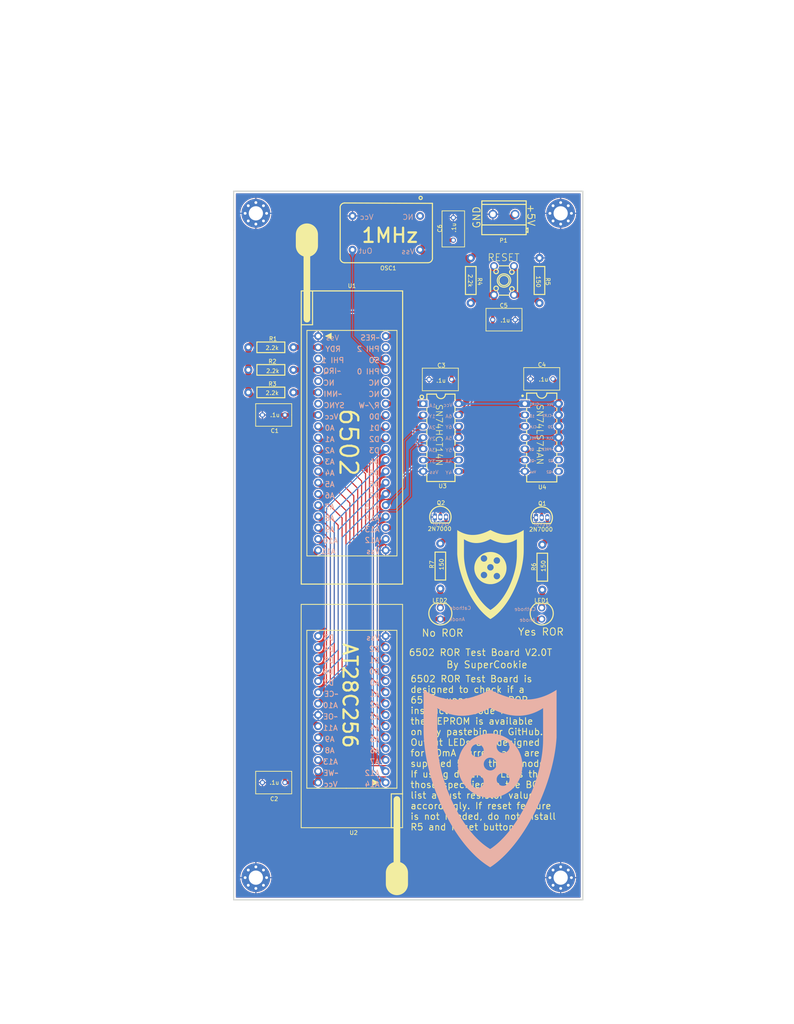
<source format=kicad_pcb>
(kicad_pcb (version 20241229) (generator "pcbnew") (generator_version "9.0")
  (layers (0 "F.Cu" signal "TopLayer") (2 "B.Cu" signal "BottomLayer") (13 "F.Paste" user "TopPasteMaskLayer") (15 "B.Paste" user "BottomPasteMaskLayer") (5 "F.SilkS" user "TopSilkLayer") (7 "B.SilkS" user "BottomSilkLayer") (1 "F.Mask" user "TopSolderMaskLayer") (3 "B.Mask" user "BottomSolderMaskLayer") (25 "Edge.Cuts" user "BoardOutLine"))
  (net 0 "")
  (net 1 "+5V")
  (net 2 "GND")
  (net 3 "Q_INV")
  (net 4 "Q")
  (net 5 "RW_INV")
  (net 6 "R4_2")
  (net 7 "R5_2")
  (net 8 "Net-(LED1-Pad2)")
  (net 9 "Net-(LED2-Pad2)")
  (net 11 "Net-(OSC1-OUTPUT)")
  (net 12 "Net-(Q1-D)")
  (net 13 "Net-(Q2-D)")
  (net 14 "Net-(U1-RDY)")
  (net 15 "Net-(U1-&#126;IRQ)")
  (net 16 "Net-(U1-&#126;NMI)")
  (net 17 "Net-(R5-Pad2)")
  (net 18 "/A4")
  (net 19 "/A2")
  (net 20 "Net-(U1-&#126;RES)")
  (net 21 "/A3")
  (net 22 "/A14")
  (net 23 "/A12")
  (net 24 "/D6")
  (net 25 "/A15")
  (net 26 "/D0")
  (net 27 "/D7")
  (net 28 "/A8")
  (net 29 "/D4")
  (net 31 "/D1")
  (net 34 "Net-(U1-R{slash}&#126;W)")
  (net 35 "/A7")
  (net 36 "/A6")
  (net 39 "/D5")
  (net 40 "/A11")
  (net 41 "/D2")
  (net 42 "/A0")
  (net 43 "/A1")
  (net 44 "/A13")
  (net 45 "/D3")
  (net 46 "/A9")
  (net 48 "/A10")
  (net 49 "/A5")
  (net 50 "Net-(U2-CE#)")
  (net 51 "Net-(U3-1Y)")
  (net 52 "Net-(U3-5A)")
  (net 53 "Net-(U3-3Y)")
  (footprint "EasyEDA 6502 ROR Test Board V2.0T:R_AXIAL-0.4" (layer "F.Cu") (at 156.609 111.232 90)
    (property "Reference" "R7")
    (property "Value" "150")
  )
  (footprint "EasyEDA 6502 ROR Test Board V2.0T:TO-92-3_L5.1-W4.1-P1.27-L" (layer "F.Cu") (at 156.609 100.183)
    (property "Reference" "Q2")
    (property "Value" "2N7000")
  )
  (footprint "EasyEDA 6502 ROR Test Board V2.0T:RAD-0.2" (layer "F.Cu") (at 119.017 77.196)
    (property "Reference" "C1")
    (property "Value" ".1u")
  )
  (footprint "EasyEDA 6502 ROR Test Board V2.0T:LED-TH_BD5.0_RED" (layer "F.Cu") (at 179.469 121.9 180)
    (property "Reference" "LED1")
    (property "Value" "LED-TH-5mm_R")
  )
  (footprint "EasyEDA 6502 ROR Test Board V2.0T:RAD-0.2" (layer "F.Cu") (at 156.609 69.195 180)
    (property "Reference" "C3")
    (property "Value" ".1u")
  )
  (footprint "EasyEDA 6502 ROR Test Board V2.0T:CONN-TH_2P-P5.00" (layer "F.Cu") (at 170.96 31.984 180)
    (property "Reference" "P1")
    (property "Value" "CONN-TH_2P-P5.00")
  )
  (footprint "EasyEDA 6502 ROR Test Board V2.0T:R_AXIAL-0.4" (layer "F.Cu") (at 163.467 46.9065 -90)
    (property "Reference" "R4")
    (property "Value" "2.2k")
  )
  (footprint "EasyEDA 6502 ROR Test Board V2.0T:R_AXIAL-0.4" (layer "F.Cu") (at 118.382 67.036)
    (property "Reference" "R2")
    (property "Value" "2.2k")
  )
  (footprint "EasyEDA 6502 ROR Test Board V2.0T:PLATED THROUGH HOLE M3" (layer "F.Cu") (at 183.7399 181.416)
    (property "Reference" "U8")
    (property "Value" "Plated Through Hole M3")
  )
  (footprint "EasyEDA 6502 ROR Test Board V2.0T:40 PIN ZIF SOCKET WITH ROOM FOR PART NUMBER" (layer "F.Cu") (at 129.05 59.416)
    (property "Reference" "U1")
    (property "Value" "6502")
  )
  (footprint "EasyEDA 6502 ROR Test Board V2.0T:RAD-0.2" (layer "F.Cu") (at 119.017 160 180)
    (property "Reference" "C2")
    (property "Value" ".1u")
  )
  (footprint "EasyEDA 6502 ROR Test Board V2.0T:PLATED THROUGH HOLE M3" (layer "F.Cu") (at 115 181.416)
    (property "Reference" "U7")
    (property "Value" "Plated Through Hole M3")
  )
  (footprint "EasyEDA 6502 ROR Test Board V2.0T:28 PIN ZIF SOCKET WITH ROOM FOR PART NUMBER" (layer "F.Cu") (at 144.2719 160 180)
    (property "Reference" "U2")
    (property "Value" "AT28C256")
  )
  (footprint "EasyEDA 6502 ROR Test Board V2.0T:R_AXIAL-0.4" (layer "F.Cu") (at 118.382 61.956)
    (property "Reference" "R1")
    (property "Value" "2.2k")
  )
  (footprint "EasyEDA 6502 ROR Test Board V2.0T:KEY-TH_4P-L6.0-W6.0-P4.50-LS6.5" (layer "F.Cu") (at 170.96 46.9066 -90)
    (property "Reference" "RESET")
    (property "Value" "K4-6×6_TH")
  )
  (footprint "EasyEDA 6502 ROR Test Board V2.0T:PLATED THROUGH HOLE M3" (layer "F.Cu") (at 115 31.7772)
    (property "Reference" "U5")
    (property "Value" "Plated Through Hole M3")
  )
  (footprint "EasyEDA 6502 ROR Test Board V2.0T:PDIP-14_L19.5-W6.7-P2.54-LS7.9-BL" (layer "F.Cu") (at 179.469 82.276 -90)
    (property "Reference" "U4")
    (property "Value" "SN74LS74AN")
  )
  (footprint "EasyEDA 6502 ROR Test Board V2.0T:RAD-0.2" (layer "F.Cu") (at 170.96 55.733)
    (property "Reference" "C5")
    (property "Value" ".1u")
  )
  (footprint "EasyEDA 6502 ROR Test Board V2.0T:PLATED THROUGH HOLE M3" (layer "F.Cu") (at 183.7399 31.7772)
    (property "Reference" "U6")
    (property "Value" "Plated Through Hole M3")
  )
  (footprint "EasyEDA 6502 ROR Test Board V2.0T:LED-TH_BD5.0_RED" (layer "F.Cu") (at 156.609 121.9 180)
    (property "Reference" "LED2")
    (property "Value" "LED-TH-5mm_R")
  )
  (footprint "EasyEDA 6502 ROR Test Board V2.0T:R_AXIAL-0.4" (layer "F.Cu") (at 118.382 72.116)
    (property "Reference" "R3")
    (property "Value" "2.2k")
  )
  (footprint "EasyEDA 6502 ROR Test Board V2.0T:RAD-0.2" (layer "F.Cu") (at 179.469 69.068 180)
    (property "Reference" "C4")
    (property "Value" ".1u")
  )
  (footprint "EasyEDA 6502 ROR Test Board V2.0T:R_AXIAL-0.4" (layer "F.Cu") (at 179.596 111.486 -90)
    (property "Reference" "R6")
    (property "Value" "150")
  )
  (footprint "EasyEDA 6502 ROR Test Board V2.0T:RAD-0.2" (layer "F.Cu") (at 159.53 35.286 90)
    (property "Reference" "C6")
    (property "Value" ".1u")
  )
  (footprint "EasyEDA 6502 ROR Test Board V2.0T:PDIP-14_L19.7-W6.6-P2.54-LS8.3-BL" (layer "F.Cu") (at 156.736 82.276 -90)
    (property "Reference" "U3")
    (property "Value" "SN74HCT14N")
  )
  (footprint "EasyEDA 6502 ROR Test Board V2.0T:OSC-TH_4P-L20.8-W13.2_CTS_DIP-14" (layer "F.Cu") (at 144.417 36.175 180)
    (property "Reference" "OSC1")
    (property "Value" "1MHz")
  )
  (footprint "EasyEDA 6502 ROR Test Board V2.0T:R_AXIAL-0.4" (layer "F.Cu") (at 178.961 46.9065 -90)
    (property "Reference" "R5")
    (property "Value" "150")
  )
  (footprint "EasyEDA 6502 ROR Test Board V2.0T:TO-92-3_L5.1-W4.1-P1.27-L" (layer "F.Cu") (at 179.469 100.31)
    (property "Reference" "Q1")
    (property "Value" "2N7000")
  )
  (gr_poly (pts (xy 168.0523 103.1767) (xy 168.2032 103.2549) (xy 168.2887 103.2961) (xy 168.3741 103.3373) (xy 168.4565 103.3762) (xy 168.5389 103.4151) (xy 168.635 103.4584) (xy 168.7311 103.5018) (xy 168.8364 103.5466) (xy 168.9417 103.5914) (xy 169.0218 103.6236) (xy 169.1019 103.6559) (xy 169.1568 103.6771) (xy 169.2117 103.6984) (xy 169.2735 103.7212) (xy 169.3353 103.7441) (xy 169.3971 103.7663) (xy 169.4589 103.7884) (xy 169.554 103.8207) (xy 169.6491 103.8529) (xy 169.7531 103.8848) (xy 169.8571 103.9167) (xy 169.9372 103.9395) (xy 170.0173 103.9624) (xy 170.1043 103.9852) (xy 170.1912 104.008) (xy 170.3011 104.0338) (xy 170.411 104.0596) (xy 170.4979 104.0774) (xy 170.5849 104.0953) (xy 170.6856 104.1134) (xy 170.7863 104.1316) (xy 170.8778 104.1455) (xy 170.9694 104.1592) (xy 171.0609 104.1706) (xy 171.1525 104.1819) (xy 171.2257 104.189) (xy 171.2989 104.196) (xy 171.3539 104.2005) (xy 171.4088 104.2049) (xy 171.4958 104.2109) (xy 171.5827 104.2167) (xy 171.8551 104.2167) (xy 172.1274 104.2167) (xy 172.2144 104.2108) (xy 172.3013 104.2048) (xy 172.4021 104.1958) (xy 172.5027 104.1867) (xy 172.5783 104.1775) (xy 172.6538 104.1684) (xy 172.7476 104.1545) (xy 172.8415 104.1405) (xy 172.9399 104.1224) (xy 173.0383 104.1043) (xy 173.1138 104.0882) (xy 173.1893 104.0721) (xy 173.29 104.0475) (xy 173.3907 104.0228) (xy 173.5052 103.9904) (xy 173.6196 103.9579) (xy 173.7615 103.9107) (xy 173.9034 103.8635) (xy 174.0087 103.8234) (xy 174.1139 103.7833) (xy 174.2146 103.741) (xy 174.3153 103.6986) (xy 174.3909 103.6643) (xy 174.4664 103.6301) (xy 174.5651 103.5823) (xy 174.6638 103.5345) (xy 174.7528 103.4874) (xy 174.8417 103.4402) (xy 174.9355 103.3876) (xy 175.0294 103.3349) (xy 175.098 103.2936) (xy 175.1667 103.2524) (xy 175.2376 103.2081) (xy 175.3086 103.1638) (xy 175.3589 103.1313) (xy 175.4093 103.0987) (xy 175.4107 105.4527) (xy 175.4121 107.8069) (xy 175.4071 107.9967) (xy 175.4022 108.1864) (xy 175.3954 108.3305) (xy 175.3887 108.4746) (xy 175.3817 108.5867) (xy 175.3746 108.6987) (xy 175.3656 108.8176) (xy 175.3565 108.9365) (xy 175.3449 109.0645) (xy 175.3333 109.1926) (xy 175.3196 109.3229) (xy 175.306 109.4533) (xy 175.2901 109.5859) (xy 175.2742 109.7185) (xy 175.2557 109.8558) (xy 175.2373 109.993) (xy 175.2143 110.1462) (xy 175.1913 110.2994) (xy 175.1639 110.464) (xy 175.1364 110.6286) (xy 175.1068 110.791) (xy 175.0771 110.9534) (xy 175.0409 111.134) (xy 175.0047 111.3147) (xy 174.9744 111.4542) (xy 174.9441 111.5937) (xy 174.9051 111.7629) (xy 174.8661 111.9321) (xy 174.8162 112.1318) (xy 174.7664 112.3316) (xy 174.734 112.4542) (xy 174.7015 112.5769) (xy 174.6539 112.7484) (xy 174.6063 112.92) (xy 174.5578 113.0841) (xy 174.5093 113.2483) (xy 174.4726 113.3677) (xy 174.4359 113.4871) (xy 174.3815 113.6563) (xy 174.3272 113.8255) (xy 174.2794 113.9673) (xy 174.2316 114.109) (xy 174.1812 114.2531) (xy 174.1307 114.3972) (xy 174.0782 114.5412) (xy 174.0257 114.6853) (xy 173.9791 114.8085) (xy 173.9326 114.9316) (xy 173.8752 115.0783) (xy 173.8179 115.2249) (xy 173.7546 115.3805) (xy 173.6914 115.536) (xy 173.6471 115.6411) (xy 173.6028 115.7463) (xy 173.5683 115.8264) (xy 173.5337 115.9064) (xy 173.4936 115.9979) (xy 173.4535 116.0893) (xy 173.4031 116.2014) (xy 173.3527 116.3134) (xy 173.2772 116.4758) (xy 173.2017 116.6381) (xy 173.1355 116.7753) (xy 173.0693 116.9125) (xy 172.988 117.0749) (xy 172.9067 117.2372) (xy 172.8425 117.3607) (xy 172.7783 117.4842) (xy 172.7079 117.616) (xy 172.6374 117.7478) (xy 172.5753 117.8607) (xy 172.5131 117.9736) (xy 172.4112 118.1519) (xy 172.3093 118.3303) (xy 172.2385 118.4492) (xy 172.1677 118.5681) (xy 172.1206 118.6459) (xy 172.0734 118.7236) (xy 172.0092 118.8265) (xy 171.9451 118.9294) (xy 171.8718 119.0438) (xy 171.7986 119.1581) (xy 171.7061 119.2976) (xy 171.6136 119.4371) (xy 171.5254 119.5651) (xy 171.4371 119.6932) (xy 171.3455 119.8213) (xy 171.2539 119.9493) (xy 171.1464 120.0933) (xy 171.0388 120.2374) (xy 170.9701 120.3266) (xy 170.9013 120.4158) (xy 170.8098 120.5301) (xy 170.7182 120.6445) (xy 170.6427 120.7359) (xy 170.5671 120.8274) (xy 170.4739 120.9359) (xy 170.3807 121.0445) (xy 170.3002 121.1349) (xy 170.2196 121.2253) (xy 170.1437 121.3076) (xy 170.0676 121.3899) (xy 169.9847 121.477) (xy 169.9018 121.564) (xy 169.7787 121.687) (xy 169.6557 121.8099) (xy 169.5663 121.8949) (xy 169.4768 121.9799) (xy 169.4015 122.0487) (xy 169.3261 122.1176) (xy 169.2483 122.186) (xy 169.1705 122.2543) (xy 169.0972 122.3163) (xy 169.0241 122.3782) (xy 168.9508 122.4379) (xy 168.8776 122.4976) (xy 168.7924 122.5639) (xy 168.7072 122.6303) (xy 168.6276 122.6895) (xy 168.548 122.7488) (xy 168.4519 122.8169) (xy 168.3558 122.8849) (xy 168.2299 122.9679) (xy 168.104 123.0509) (xy 168.0148 123.1058) (xy 167.9255 123.1608) (xy 167.9112 123.1681) (xy 167.8969 123.1755) (xy 167.7762 123.0943) (xy 167.6555 123.0131) (xy 167.5982 122.9725) (xy 167.5411 122.9318) (xy 167.4266 122.8465) (xy 167.3122 122.7611) (xy 167.2082 122.6783) (xy 167.1043 122.5954) (xy 167.0183 122.5235) (xy 166.9323 122.4517) (xy 166.8613 122.3898) (xy 166.7904 122.328) (xy 166.7469 122.2888) (xy 166.7034 122.2498) (xy 166.6165 122.1697) (xy 166.5297 122.0897) (xy 166.4174 121.9817) (xy 166.3052 121.8737) (xy 166.2068 121.7735) (xy 166.1084 121.6732) (xy 166.0283 121.5886) (xy 165.9482 121.5041) (xy 165.8746 121.4242) (xy 165.801 121.3442) (xy 165.7235 121.2571) (xy 165.6461 121.17) (xy 165.5634 121.0741) (xy 165.4808 120.9783) (xy 165.3888 120.8679) (xy 165.2968 120.7574) (xy 165.1805 120.6117) (xy 165.0642 120.4661) (xy 164.9885 120.3678) (xy 164.9129 120.2694) (xy 164.8192 120.1436) (xy 164.7255 120.0179) (xy 164.6431 119.9036) (xy 164.5607 119.7892) (xy 164.465 119.652) (xy 164.3694 119.5148) (xy 164.2546 119.3433) (xy 164.1398 119.1718) (xy 164.0503 119.0323) (xy 163.9608 118.8928) (xy 163.9135 118.8174) (xy 163.8663 118.7419) (xy 163.7801 118.6012) (xy 163.6939 118.4605) (xy 163.6109 118.3199) (xy 163.528 118.1794) (xy 163.4353 118.017) (xy 163.3427 117.8547) (xy 163.2671 117.7175) (xy 163.1915 117.5803) (xy 163.1207 117.4477) (xy 163.0499 117.315) (xy 162.9834 117.187) (xy 162.9168 117.0589) (xy 162.8153 116.8559) (xy 162.7138 116.653) (xy 162.6334 116.4855) (xy 162.5531 116.318) (xy 162.4741 116.1465) (xy 162.395 115.975) (xy 162.324 115.8149) (xy 162.2529 115.6549) (xy 162.1903 115.5085) (xy 162.1276 115.3622) (xy 162.0638 115.2075) (xy 162 115.0528) (xy 161.9549 114.9399) (xy 161.9097 114.8271) (xy 161.8548 114.6853) (xy 161.7998 114.5435) (xy 161.7554 114.4246) (xy 161.711 114.3057) (xy 161.6653 114.1799) (xy 161.6196 114.0542) (xy 161.5692 113.9101) (xy 161.5187 113.7661) (xy 161.4779 113.6448) (xy 161.437 113.5236) (xy 161.3803 113.3476) (xy 161.3236 113.1715) (xy 161.2938 113.0755) (xy 161.264 112.9794) (xy 161.2296 112.8651) (xy 161.1953 112.7507) (xy 161.1495 112.5907) (xy 161.1037 112.4306) (xy 161.0695 112.3048) (xy 161.0353 112.1791) (xy 161.0007 112.0464) (xy 160.9661 111.9138) (xy 160.9296 111.7652) (xy 160.8932 111.6165) (xy 160.8629 111.4862) (xy 160.8326 111.3559) (xy 160.7983 111.1981) (xy 160.764 111.0403) (xy 160.7278 110.8596) (xy 160.6915 110.679) (xy 160.6597 110.5029) (xy 160.6279 110.3268) (xy 160.6 110.1544) (xy 160.5721 109.9819) (xy 160.5494 109.8228) (xy 160.5267 109.6637) (xy 160.5085 109.5173) (xy 160.4902 109.371) (xy 160.4786 109.2658) (xy 160.4671 109.1606) (xy 160.458 109.0692) (xy 160.4489 108.9777) (xy 160.4396 108.8702) (xy 160.4304 108.7627) (xy 160.429409 108.749) (xy 161.9312 108.749) (xy 161.9361 108.958) (xy 161.941 109.167) (xy 161.9478 109.2964) (xy 161.9546 109.4258) (xy 161.9593 109.4945) (xy 161.9641 109.5631) (xy 161.9732 109.6751) (xy 161.9824 109.7872) (xy 161.996 109.9221) (xy 162.0096 110.057) (xy 162.028 110.2056) (xy 162.0463 110.3543) (xy 162.067 110.4983) (xy 162.0877 110.6424) (xy 162.1193 110.8299) (xy 162.1508 111.0174) (xy 162.1743 111.1409) (xy 162.1977 111.2644) (xy 162.2229 111.3879) (xy 162.2482 111.5113) (xy 162.2819 111.6623) (xy 162.3155 111.8132) (xy 162.3457 111.939) (xy 162.3759 112.0647) (xy 162.4059 112.1813) (xy 162.4359 112.298) (xy 162.461 112.3917) (xy 162.4861 112.4854) (xy 162.5182 112.5998) (xy 162.5503 112.7141) (xy 162.5847 112.8307) (xy 162.619 112.9471) (xy 162.6509 113.0502) (xy 162.6828 113.1532) (xy 162.7328 113.3087) (xy 162.7828 113.4642) (xy 162.8396 113.6288) (xy 162.8964 113.7935) (xy 162.9307 113.8895) (xy 162.9651 113.9855) (xy 163.0155 114.1205) (xy 163.0659 114.2554) (xy 163.1093 114.3675) (xy 163.1528 114.4795) (xy 163.1986 114.5938) (xy 163.2444 114.7082) (xy 163.3085 114.8614) (xy 163.3725 115.0146) (xy 163.4285 115.1426) (xy 163.4844 115.2707) (xy 163.5526 115.4209) (xy 163.6209 115.5712) (xy 163.6905 115.7182) (xy 163.76 115.8652) (xy 163.8544 116.055) (xy 163.9488 116.2448) (xy 164.012 116.366) (xy 164.0752 116.4872) (xy 164.1391 116.6061) (xy 164.203 116.7251) (xy 164.2821 116.8668) (xy 164.3611 117.0086) (xy 164.4342 117.1344) (xy 164.5072 117.2601) (xy 164.5773 117.3768) (xy 164.6473 117.4934) (xy 164.7229 117.6146) (xy 164.7985 117.7358) (xy 164.8648 117.8387) (xy 164.9311 117.9416) (xy 165.0306 118.0902) (xy 165.1302 118.2388) (xy 165.2182 118.3643) (xy 165.3062 118.4898) (xy 165.373 118.5816) (xy 165.4399 118.6733) (xy 165.5174 118.7762) (xy 165.595 118.8791) (xy 165.6681 118.9729) (xy 165.7414 119.0666) (xy 165.8287 119.1741) (xy 165.916 119.2816) (xy 165.9915 119.3708) (xy 166.0669 119.4599) (xy 166.1332 119.5354) (xy 166.1995 119.6109) (xy 166.2615 119.6794) (xy 166.3235 119.7479) (xy 166.3942 119.8234) (xy 166.4649 119.899) (xy 166.5933 120.0286) (xy 166.7217 120.1582) (xy 166.8224 120.2531) (xy 166.9231 120.3481) (xy 166.9941 120.412) (xy 167.065 120.4759) (xy 167.152 120.5505) (xy 167.2389 120.6252) (xy 167.3511 120.7149) (xy 167.4632 120.8047) (xy 167.5525 120.8713) (xy 167.6417 120.9379) (xy 167.7104 120.986) (xy 167.7791 121.0341) (xy 167.8395 121.0742) (xy 167.8999 121.1144) (xy 167.9585 121.0787) (xy 168.0171 121.043) (xy 168.1361 120.9647) (xy 168.2551 120.8865) (xy 168.3375 120.8276) (xy 168.4199 120.7687) (xy 168.4954 120.7116) (xy 168.5709 120.6544) (xy 168.6485 120.5927) (xy 168.7262 120.5308) (xy 168.7973 120.4713) (xy 168.8684 120.4117) (xy 168.9392 120.3497) (xy 169.01 120.2877) (xy 169.0948 120.21) (xy 169.1797 120.1323) (xy 169.3255 119.9882) (xy 169.4713 119.8441) (xy 169.5663 119.7435) (xy 169.6612 119.6429) (xy 169.715 119.5837) (xy 169.7689 119.5245) (xy 169.8473 119.4351) (xy 169.9258 119.3456) (xy 169.997 119.261) (xy 170.0683 119.1764) (xy 170.1371 119.0913) (xy 170.2061 119.0062) (xy 170.2867 118.9029) (xy 170.3673 118.7996) (xy 170.4536 118.6838) (xy 170.5399 118.5681) (xy 170.62 118.4561) (xy 170.7001 118.344) (xy 170.7632 118.2525) (xy 170.8263 118.1611) (xy 170.9097 118.0353) (xy 170.9931 117.9095) (xy 171.0587 117.8067) (xy 171.1243 117.7037) (xy 171.1822 117.61) (xy 171.2401 117.5162) (xy 171.3111 117.3973) (xy 171.3821 117.2784) (xy 171.4645 117.1344) (xy 171.5468 116.9903) (xy 171.6134 116.8691) (xy 171.68 116.7479) (xy 171.7408 116.6336) (xy 171.8017 116.5192) (xy 171.9145 116.2951) (xy 172.0273 116.071) (xy 172.0837 115.9521) (xy 172.1401 115.8332) (xy 172.2041 115.6937) (xy 172.2682 115.5543) (xy 172.3276 115.4193) (xy 172.3869 115.2844) (xy 172.4486 115.1381) (xy 172.5104 114.9917) (xy 172.5898 114.7927) (xy 172.6692 114.5938) (xy 172.7285 114.436) (xy 172.7878 114.2782) (xy 172.8368 114.141) (xy 172.8858 114.0039) (xy 172.9352 113.8598) (xy 172.9846 113.7157) (xy 173.0352 113.5579) (xy 173.0859 113.4001) (xy 173.1155 113.3041) (xy 173.1451 113.2081) (xy 173.1889 113.0591) (xy 173.2328 112.9102) (xy 173.2826 112.7275) (xy 173.3325 112.5449) (xy 173.374 112.3803) (xy 173.4155 112.2156) (xy 173.4435 112.0967) (xy 173.4714 111.9778) (xy 173.5006 111.8452) (xy 173.5298 111.7126) (xy 173.56 111.5639) (xy 173.5902 111.4153) (xy 173.6195 111.2552) (xy 173.6489 111.0951) (xy 173.6718 110.9556) (xy 173.6947 110.8162) (xy 173.7153 110.6744) (xy 173.7359 110.5326) (xy 173.7521 110.4069) (xy 173.7682 110.2811) (xy 173.7818 110.1576) (xy 173.7955 110.0341) (xy 173.8069 109.9106) (xy 173.8184 109.7872) (xy 173.8275 109.666) (xy 173.8366 109.5448) (xy 173.8437 109.419) (xy 173.8508 109.2932) (xy 173.8561 109.188) (xy 173.8614 109.0829) (xy 173.8631 107.1351) (xy 173.8648 105.1873) (xy 173.8521 105.1957) (xy 173.8393 105.2041) (xy 173.7798 105.2414) (xy 173.7203 105.2787) (xy 173.6379 105.3268) (xy 173.5555 105.375) (xy 173.4914 105.4102) (xy 173.4273 105.4453) (xy 173.2923 105.5127) (xy 173.1573 105.58) (xy 173.068 105.6193) (xy 172.9788 105.6586) (xy 172.8873 105.6953) (xy 172.7957 105.732) (xy 172.6927 105.7686) (xy 172.5897 105.8053) (xy 172.4897 105.8355) (xy 172.3896 105.8657) (xy 172.306 105.888) (xy 172.2223 105.9104) (xy 172.1291 105.9312) (xy 172.0359 105.9521) (xy 171.9512 105.9679) (xy 171.8665 105.9838) (xy 171.7704 105.9977) (xy 171.6742 106.0116) (xy 171.5896 106.0208) (xy 171.5049 106.03) (xy 171.4111 106.0372) (xy 171.3172 106.0445) (xy 171.1342 106.047) (xy 170.9511 106.0496) (xy 170.8412 106.0442) (xy 170.7314 106.0389) (xy 170.649 106.0321) (xy 170.5666 106.0253) (xy 170.4842 106.0161) (xy 170.4018 106.0068) (xy 170.3389 105.9979) (xy 170.2761 105.989) (xy 170.2314 105.9819) (xy 170.1867 105.9748) (xy 170.0974 105.9587) (xy 170.0081 105.9425) (xy 169.9166 105.9225) (xy 169.8251 105.9025) (xy 169.7587 105.8866) (xy 169.6923 105.8706) (xy 169.6064 105.8473) (xy 169.5205 105.824) (xy 169.4279 105.7964) (xy 169.3353 105.7688) (xy 169.2644 105.7457) (xy 169.1934 105.7227) (xy 169.0721 105.6793) (xy 168.9508 105.6358) (xy 168.8318 105.5887) (xy 168.7128 105.5416) (xy 168.6304 105.5064) (xy 168.548 105.4713) (xy 168.4588 105.431) (xy 168.3695 105.3908) (xy 168.2413 105.3293) (xy 168.1132 105.2678) (xy 168.0066 105.2122) (xy 167.8999 105.1566) (xy 167.8966 105.1566) (xy 167.8932 105.1566) (xy 167.8831 105.1636) (xy 167.873 105.1707) (xy 167.7116 105.2519) (xy 167.5502 105.3331) (xy 167.4358 105.3861) (xy 167.3213 105.4391) (xy 167.2298 105.4791) (xy 167.1382 105.519) (xy 167.0215 105.566) (xy 166.9048 105.6131) (xy 166.8064 105.6497) (xy 166.708 105.6863) (xy 166.6141 105.7181) (xy 166.5203 105.7499) (xy 166.4379 105.7754) (xy 166.3555 105.8009) (xy 166.2755 105.8237) (xy 166.1953 105.8465) (xy 166.1244 105.8649) (xy 166.0534 105.8832) (xy 165.9642 105.9039) (xy 165.8749 105.9245) (xy 165.7925 105.941) (xy 165.7102 105.9575) (xy 165.6043 105.9753) (xy 165.4985 105.993) (xy 165.3869 106.0069) (xy 165.2753 106.0208) (xy 165.1998 106.0276) (xy 165.1243 106.0344) (xy 165.0464 106.0402) (xy 164.9686 106.046) (xy 164.7306 106.0459) (xy 164.4926 106.0459) (xy 164.3896 106.0378) (xy 164.2866 106.0296) (xy 164.2042 106.0206) (xy 164.1219 106.0115) (xy 164.0417 105.9999) (xy 163.9617 105.9882) (xy 163.8724 105.9725) (xy 163.7831 105.9567) (xy 163.6893 105.936) (xy 163.5955 105.9153) (xy 163.5246 105.897) (xy 163.4536 105.8786) (xy 163.3826 105.8581) (xy 163.3117 105.8377) (xy 163.2077 105.8035) (xy 163.1037 105.7694) (xy 163.0292 105.7416) (xy 162.9547 105.7138) (xy 162.8814 105.6842) (xy 162.8082 105.6545) (xy 162.7189 105.615) (xy 162.6297 105.5755) (xy 162.4992 105.5104) (xy 162.3688 105.4452) (xy 162.2795 105.3955) (xy 162.1903 105.3458) (xy 162.0987 105.2908) (xy 162.0072 105.2357) (xy 161.9706 105.2124) (xy 161.934 105.189) (xy 161.9325 106.969) (xy 161.9312 108.749) (xy 160.429409 108.749) (xy 160.4212 108.6355) (xy 160.412 108.5083) (xy 160.412 105.8125) (xy 160.412 103.1169) (xy 160.4145 103.1169) (xy 160.417 103.1169) (xy 160.45 103.139) (xy 160.483 103.161) (xy 160.5906 103.2274) (xy 160.6981 103.2938) (xy 160.7736 103.3374) (xy 160.8491 103.381) (xy 160.9063 103.4129) (xy 160.9636 103.4448) (xy 161.0734 103.502) (xy 161.1833 103.5591) (xy 161.2811 103.6059) (xy 161.3788 103.6526) (xy 161.4756 103.6951) (xy 161.5724 103.7376) (xy 161.6652 103.7749) (xy 161.758 103.8123) (xy 161.8139 103.8332) (xy 161.8699 103.8541) (xy 161.9614 103.8859) (xy 162.0529 103.9177) (xy 162.1468 103.9469) (xy 162.2406 103.9761) (xy 162.3138 103.9968) (xy 162.3871 104.0174) (xy 162.4786 104.0401) (xy 162.5702 104.063) (xy 162.6222 104.0746) (xy 162.6742 104.0864) (xy 162.7412 104.0999) (xy 162.8082 104.1135) (xy 162.8592 104.1229) (xy 162.9102 104.1323) (xy 162.9782 104.1434) (xy 163.0462 104.1546) (xy 163.1309 104.166) (xy 163.2156 104.1774) (xy 163.3025 104.1866) (xy 163.3895 104.1958) (xy 163.4513 104.2006) (xy 163.5131 104.2054) (xy 163.5749 104.2102) (xy 163.6367 104.2151) (xy 163.8678 104.2176) (xy 164.099 104.2201) (xy 164.2088 104.2149) (xy 164.3187 104.2096) (xy 164.4125 104.2027) (xy 164.5063 104.1958) (xy 164.5946 104.1867) (xy 164.6829 104.1776) (xy 164.7708 104.1662) (xy 164.8588 104.1548) (xy 164.948 104.141) (xy 165.0373 104.1273) (xy 165.1479 104.1068) (xy 165.2585 104.0863) (xy 165.3425 104.0683) (xy 165.4264 104.0503) (xy 165.4882 104.0363) (xy 165.55 104.0221) (xy 165.6484 103.9968) (xy 165.7468 103.9714) (xy 165.82 103.9509) (xy 165.8932 103.9304) (xy 165.9848 103.9029) (xy 166.0763 103.8754) (xy 166.1816 103.8408) (xy 166.2869 103.8062) (xy 166.3807 103.773) (xy 166.4745 103.7398) (xy 166.5793 103.7003) (xy 166.6841 103.6608) (xy 166.7784 103.6226) (xy 166.8728 103.5844) (xy 166.9849 103.5364) (xy 167.097 103.4883) (xy 167.2023 103.4404) (xy 167.3076 103.3925) (xy 167.3877 103.3543) (xy 167.4678 103.3161) (xy 167.5891 103.2557) (xy 167.7104 103.1953) (xy 167.8019 103.1471) (xy 167.8935 103.0989) (xy 167.8975 103.0987) (xy 167.9014 103.0985)) (fill yes) (layer "F.SilkS"))
  (gr_poly (pts (xy 167.9393 108.0541) (xy 168.0811 108.0559) (xy 168.1475 108.0608) (xy 168.2139 108.0658) (xy 168.2962 108.0747) (xy 168.3784 108.0836) (xy 168.4541 108.0954) (xy 168.5297 108.1071) (xy 168.5984 108.1206) (xy 168.667 108.1342) (xy 168.7265 108.1481) (xy 168.786 108.162) (xy 168.8616 108.1826) (xy 168.9371 108.2031) (xy 169.0218 108.2308) (xy 169.1065 108.2584) (xy 169.1796 108.2859) (xy 169.2527 108.3134) (xy 169.31 108.3375) (xy 169.3674 108.3617) (xy 169.4463 108.3986) (xy 169.5253 108.4355) (xy 169.5997 108.4752) (xy 169.674 108.5149) (xy 169.7404 108.5536) (xy 169.8068 108.5924) (xy 169.8915 108.6481) (xy 169.9762 108.7038) (xy 170.0356 108.7469) (xy 170.0951 108.7899) (xy 170.1729 108.8522) (xy 170.2508 108.9146) (xy 170.3171 108.9734) (xy 170.3835 109.0322) (xy 170.4661 109.1147) (xy 170.5487 109.1972) (xy 170.6098 109.2658) (xy 170.6709 109.3344) (xy 170.7313 109.4099) (xy 170.7918 109.4853) (xy 170.8352 109.5448) (xy 170.8785 109.6042) (xy 170.9243 109.6728) (xy 170.9701 109.7414) (xy 171.0113 109.81) (xy 171.0526 109.8786) (xy 171.0802 109.9289) (xy 171.1079 109.9792) (xy 171.1513 110.0661) (xy 171.1948 110.153) (xy 171.2211 110.2125) (xy 171.2474 110.2719) (xy 171.2818 110.3588) (xy 171.3161 110.4457) (xy 171.3451 110.5326) (xy 171.3741 110.6195) (xy 171.3995 110.7107) (xy 171.4249 110.8018) (xy 171.4457 110.8951) (xy 171.4665 110.9884) (xy 171.482 111.0807) (xy 171.4974 111.1729) (xy 171.5045 111.2301) (xy 171.5116 111.2872) (xy 171.5185 111.3604) (xy 171.5253 111.4336) (xy 171.5304 111.5578) (xy 171.5354 111.682) (xy 171.5303 111.8088) (xy 171.5253 111.9355) (xy 171.5185 112.007) (xy 171.5117 112.0785) (xy 171.5046 112.1356) (xy 171.4974 112.1928) (xy 171.4865 112.2614) (xy 171.4756 112.33) (xy 171.4614 112.4009) (xy 171.4472 112.4717) (xy 171.4271 112.5523) (xy 171.4071 112.6328) (xy 171.3887 112.6965) (xy 171.3703 112.7602) (xy 171.341 112.8469) (xy 171.3118 112.9337) (xy 171.2862 112.9984) (xy 171.2607 113.0631) (xy 171.2347 113.1241) (xy 171.2087 113.1852) (xy 171.1666 113.2721) (xy 171.1244 113.359) (xy 171.0839 113.4321) (xy 171.0434 113.5054) (xy 171.0045 113.5694) (xy 170.9656 113.6334) (xy 170.9198 113.702) (xy 170.874 113.7706) (xy 170.8214 113.8415) (xy 170.7688 113.9124) (xy 170.732 113.9581) (xy 170.6952 114.0039) (xy 170.6378 114.0701) (xy 170.5803 114.1364) (xy 170.4935 114.2249) (xy 170.4067 114.3132) (xy 170.347 114.3675) (xy 170.2873 114.4217) (xy 170.2232 114.4752) (xy 170.1592 114.5287) (xy 170.0779 114.5896) (xy 169.9966 114.6506) (xy 169.9108 114.7074) (xy 169.8251 114.7641) (xy 169.7633 114.801) (xy 169.7015 114.8378) (xy 169.642 114.8704) (xy 169.5825 114.903) (xy 169.5001 114.9434) (xy 169.4177 114.9839) (xy 169.333 115.0203) (xy 169.2483 115.0568) (xy 169.1613 115.089) (xy 169.0744 115.1213) (xy 168.9943 115.1464) (xy 168.9142 115.1716) (xy 168.8528 115.1881) (xy 168.7914 115.2047) (xy 168.743 115.2163) (xy 168.6945 115.2278) (xy 168.6304 115.241) (xy 168.5663 115.2542) (xy 168.4977 115.2657) (xy 168.429 115.2772) (xy 168.3581 115.2863) (xy 168.2871 115.2954) (xy 168.2002 115.3035) (xy 168.1132 115.3116) (xy 167.9049 115.3117) (xy 167.6966 115.3118) (xy 167.6257 115.3059) (xy 167.5548 115.2999) (xy 167.4609 115.2886) (xy 167.3671 115.2772) (xy 167.287 115.2634) (xy 167.2069 115.2496) (xy 167.152 115.2381) (xy 167.097 115.2266) (xy 167.0147 115.2061) (xy 166.9323 115.1856) (xy 166.8636 115.1648) (xy 166.795 115.1439) (xy 166.7791 115.1394) (xy 166.7633 115.1348) (xy 166.683 115.1061) (xy 166.6027 115.0773) (xy 166.5444 115.054) (xy 166.4861 115.0307) (xy 166.4277 115.0049) (xy 166.3693 114.9791) (xy 166.2709 114.93) (xy 166.1725 114.8809) (xy 166.0946 114.8363) (xy 166.0168 114.7917) (xy 165.9482 114.7481) (xy 165.8795 114.7044) (xy 165.8269 114.6678) (xy 165.7742 114.6312) (xy 165.7193 114.59) (xy 165.6644 114.5488) (xy 165.608 114.5031) (xy 165.5516 114.4575) (xy 165.4935 114.407) (xy 165.4355 114.3564) (xy 165.33 114.251) (xy 165.2245 114.1456) (xy 165.1726 114.0862) (xy 165.1207 114.0267) (xy 165.0582 113.9489) (xy 164.9957 113.8712) (xy 164.9436 113.7981) (xy 164.8915 113.7249) (xy 164.8542 113.6677) (xy 164.8171 113.6105) (xy 164.7812 113.5511) (xy 164.7454 113.4916) (xy 164.6995 113.4071) (xy 164.6536 113.3224) (xy 164.6243 113.2606) (xy 164.59876 113.207) (xy 165.7203 113.207) (xy 165.7229 113.2761) (xy 165.7254 113.3453) (xy 165.7349 113.3903) (xy 165.7445 113.4353) (xy 165.7584 113.477) (xy 165.7724 113.5187) (xy 165.7898 113.5555) (xy 165.8071 113.5922) (xy 165.8267 113.6241) (xy 165.8464 113.6561) (xy 165.8726 113.6905) (xy 165.8988 113.7249) (xy 165.9468 113.7709) (xy 165.9947 113.817) (xy 166.0376 113.8457) (xy 166.0804 113.8743) (xy 166.1161 113.8922) (xy 166.1518 113.9102) (xy 166.1859 113.9237) (xy 166.2201 113.9373) (xy 166.2649 113.9485) (xy 166.3098 113.9598) (xy 166.3477 113.9652) (xy 166.3857 113.9707) (xy 166.469 113.9682) (xy 166.5523 113.9658) (xy 166.5952 113.9563) (xy 166.638 113.9468) (xy 166.6798 113.9325) (xy 166.7217 113.9183) (xy 166.7743 113.8913) (xy 166.827 113.8644) (xy 166.8682 113.8348) (xy 166.9094 113.8053) (xy 166.9556 113.7595) (xy 167.0018 113.7136) (xy 167.0321 113.6712) (xy 167.0624 113.6288) (xy 167.0873 113.5808) (xy 167.1123 113.5328) (xy 167.1284 113.4863) (xy 167.1445 113.4399) (xy 167.1534 113.4001) (xy 168.6307 113.4001) (xy 168.6307 113.4962) (xy 168.6307 113.5922) (xy 168.6409 113.6387) (xy 168.651 113.6851) (xy 168.6673 113.732) (xy 168.6837 113.7789) (xy 168.7035 113.8182) (xy 168.7233 113.8575) (xy 168.7507 113.8987) (xy 168.778 113.9398) (xy 168.8084 113.975) (xy 168.8389 114.0102) (xy 168.8811 114.0456) (xy 168.9234 114.081) (xy 168.9577 114.1034) (xy 168.992 114.1259) (xy 169.0378 114.1478) (xy 169.0835 114.1697) (xy 169.127 114.1836) (xy 169.1705 114.1974) (xy 169.2049 114.2047) (xy 169.2392 114.2119) (xy 169.2952 114.2172) (xy 169.3512 114.2225) (xy 169.4096 114.2171) (xy 169.4681 114.2116) (xy 169.5076 114.203) (xy 169.547 114.1943) (xy 169.5831 114.1821) (xy 169.6191 114.1698) (xy 169.6624 114.1496) (xy 169.7057 114.1293) (xy 169.7493 114.1001) (xy 169.793 114.071) (xy 169.8287 114.0403) (xy 169.8644 114.0097) (xy 169.8967 113.9725) (xy 169.9289 113.9352) (xy 169.9533 113.8987) (xy 169.9777 113.8621) (xy 170.0007 113.8161) (xy 170.0238 113.7701) (xy 170.0377 113.7285) (xy 170.0517 113.6868) (xy 170.0617 113.6418) (xy 170.0717 113.5968) (xy 170.0718 113.4962) (xy 170.0719 113.3956) (xy 170.0619 113.3509) (xy 170.0519 113.3063) (xy 170.0379 113.2641) (xy 170.0238 113.2218) (xy 169.9987 113.1715) (xy 169.9736 113.1212) (xy 169.9449 113.0811) (xy 169.9161 113.041) (xy 169.8874 113.009) (xy 169.8587 112.977) (xy 169.8213 112.9456) (xy 169.7839 112.9142) (xy 169.7438 112.8882) (xy 169.7037 112.8622) (xy 169.6613 112.8421) (xy 169.6189 112.822) (xy 169.5771 112.8084) (xy 169.5353 112.7947) (xy 169.5017 112.7879) (xy 169.4681 112.781) (xy 169.4236 112.7762) (xy 169.3792 112.7713) (xy 169.3435 112.7719) (xy 169.3079 112.7725) (xy 169.2735 112.7764) (xy 169.2392 112.7804) (xy 169.2026 112.7878) (xy 169.166 112.7952) (xy 169.1266 112.808) (xy 169.0873 112.8209) (xy 169.0422 112.8419) (xy 168.9973 112.8629) (xy 168.9535 112.8921) (xy 168.9096 112.9213) (xy 168.873 112.9531) (xy 168.8363 112.9848) (xy 168.8038 113.0233) (xy 168.7712 113.0617) (xy 168.7483 113.096) (xy 168.7254 113.1303) (xy 168.7046 113.1719) (xy 168.6837 113.2135) (xy 168.6673 113.2604) (xy 168.651 113.3074) (xy 168.6409 113.3537) (xy 168.6307 113.4001) (xy 167.1534 113.4001) (xy 167.1551 113.3925) (xy 167.1657 113.3453) (xy 167.1655 113.247) (xy 167.1653 113.1486) (xy 167.1552 113.102) (xy 167.145 113.0554) (xy 167.1309 113.0151) (xy 167.1168 112.9748) (xy 167.0987 112.936) (xy 167.0806 112.8972) (xy 167.0457 112.8446) (xy 167.0108 112.7919) (xy 166.9555 112.7368) (xy 166.9002 112.6817) (xy 166.8506 112.6486) (xy 166.8009 112.6155) (xy 166.7583 112.5951) (xy 166.7156 112.5746) (xy 166.6737 112.561) (xy 166.6318 112.5473) (xy 166.5875 112.5378) (xy 166.5432 112.5284) (xy 166.4631 112.5266) (xy 166.383 112.5247) (xy 166.3441 112.5309) (xy 166.3052 112.537) (xy 166.2755 112.5441) (xy 166.2457 112.5511) (xy 166.2045 112.5657) (xy 166.1633 112.5801) (xy 166.1221 112.6008) (xy 166.0809 112.6215) (xy 166.0511 112.6407) (xy 166.0214 112.66) (xy 165.9863 112.6882) (xy 165.9513 112.7165) (xy 165.9189 112.7511) (xy 165.8866 112.7858) (xy 165.8641 112.8158) (xy 165.8416 112.8457) (xy 165.8205 112.8813) (xy 165.7993 112.9168) (xy 165.7784 112.9654) (xy 165.7575 113.014) (xy 165.7446 113.0653) (xy 165.7316 113.1166) (xy 165.726 113.1618) (xy 165.7203 113.207) (xy 164.59876 113.207) (xy 164.5949 113.1989) (xy 164.5591 113.1164) (xy 164.5234 113.034) (xy 164.4937 112.9541) (xy 164.464 112.8742) (xy 164.4431 112.8102) (xy 164.4222 112.7461) (xy 164.3996 112.6661) (xy 164.3769 112.5861) (xy 164.3579 112.5041) (xy 164.3389 112.422) (xy 164.3233 112.3371) (xy 164.3078 112.2522) (xy 164.2984 112.1836) (xy 164.2891 112.115) (xy 164.2822 112.0464) (xy 164.2753 111.9778) (xy 164.2705 111.907) (xy 164.2656 111.836) (xy 164.2656 111.6851) (xy 164.2656 111.5342) (xy 164.26722 111.51) (xy 167.1713 111.51) (xy 167.1766 111.5679) (xy 167.182 111.6257) (xy 167.1907 111.665) (xy 167.1993 111.7042) (xy 167.2114 111.7404) (xy 167.2235 111.7766) (xy 167.2436 111.8192) (xy 167.2638 111.8618) (xy 167.293 111.9061) (xy 167.3222 111.9504) (xy 167.3539 111.9869) (xy 167.3857 112.0233) (xy 167.4221 112.055) (xy 167.4586 112.0867) (xy 167.5031 112.116) (xy 167.5476 112.1452) (xy 167.5901 112.165) (xy 167.6326 112.1848) (xy 167.6761 112.1987) (xy 167.7195 112.2125) (xy 167.7561 112.2201) (xy 167.7928 112.2276) (xy 167.8469 112.2314) (xy 167.901 112.2351) (xy 167.9529 112.2313) (xy 168.0048 112.2274) (xy 168.0475 112.2185) (xy 168.0903 112.2095) (xy 168.1269 112.1972) (xy 168.1635 112.1848) (xy 168.2047 112.1656) (xy 168.2459 112.1462) (xy 168.278 112.1266) (xy 168.31 112.1069) (xy 168.3375 112.0859) (xy 168.3649 112.0649) (xy 168.4033 112.0282) (xy 168.4416 111.9915) (xy 168.4773 111.9441) (xy 168.513 111.8965) (xy 168.5407 111.8431) (xy 168.5684 111.7897) (xy 168.5842 111.742) (xy 168.6 111.6943) (xy 168.6071 111.6595) (xy 168.6142 111.6246) (xy 168.6194 111.5794) (xy 168.6246 111.5342) (xy 168.6219 111.4816) (xy 168.6192 111.429) (xy 168.612 111.3879) (xy 168.605 111.3467) (xy 168.596 111.3147) (xy 168.5871 111.2826) (xy 168.5701 111.2398) (xy 168.5531 111.197) (xy 168.53 111.1566) (xy 168.5068 111.1162) (xy 168.4797 111.0791) (xy 168.4525 111.0421) (xy 168.4128 111.002) (xy 168.3731 110.9618) (xy 168.3329 110.9316) (xy 168.2926 110.9014) (xy 168.2506 110.8782) (xy 168.2086 110.855) (xy 168.1685 110.8388) (xy 168.1283 110.8226) (xy 168.0864 110.8114) (xy 168.0445 110.8001) (xy 167.9928 110.7933) (xy 167.9411 110.7864) (xy 167.8921 110.787) (xy 167.8431 110.7875) (xy 167.8363 110.7889) (xy 167.8294 110.7902) (xy 167.7882 110.7958) (xy 167.747 110.8014) (xy 167.7008 110.8143) (xy 167.6547 110.8272) (xy 167.6116 110.8458) (xy 167.5686 110.8645) (xy 167.5365 110.8833) (xy 167.5044 110.9021) (xy 167.4649 110.9312) (xy 167.4254 110.9603) (xy 167.3779 111.0095) (xy 167.3305 111.0587) (xy 167.3018 111.1007) (xy 167.2731 111.1427) (xy 167.2504 111.188) (xy 167.2277 111.2333) (xy 167.2119 111.2809) (xy 167.1961 111.3284) (xy 167.189 111.3631) (xy 167.1819 111.3978) (xy 167.1766 111.454) (xy 167.1713 111.51) (xy 164.26722 111.51) (xy 164.2705 111.461) (xy 164.2754 111.3879) (xy 164.2822 111.3192) (xy 164.289 111.2506) (xy 164.2961 111.2003) (xy 164.3032 111.15) (xy 164.3122 111.0951) (xy 164.3212 111.0403) (xy 164.3352 110.9694) (xy 164.3492 110.8985) (xy 164.3696 110.8162) (xy 164.39 110.734) (xy 164.4086 110.6699) (xy 164.4271 110.6058) (xy 164.4524 110.5303) (xy 164.4777 110.4549) (xy 164.5075 110.3771) (xy 164.5374 110.2994) (xy 164.575 110.2148) (xy 164.6126 110.1302) (xy 164.6458 110.0639) (xy 164.6791 109.9975) (xy 164.7066 109.9472) (xy 164.7341 109.8969) (xy 164.7795 109.8204) (xy 164.825 109.7439) (xy 164.8779 109.6649) (xy 164.909432 109.6179) (xy 165.724 109.6179) (xy 165.7323 109.6568) (xy 165.7405 109.6957) (xy 165.7518 109.7334) (xy 165.7631 109.7711) (xy 165.779 109.8088) (xy 165.7949 109.8466) (xy 165.816 109.8832) (xy 165.8371 109.9198) (xy 165.8625 109.9541) (xy 165.888 109.9884) (xy 165.9249 110.0266) (xy 165.9619 110.0649) (xy 165.9985 110.0935) (xy 166.0351 110.1221) (xy 166.0671 110.1418) (xy 166.0992 110.1614) (xy 166.1404 110.1807) (xy 166.1816 110.2) (xy 166.227 110.2144) (xy 166.2724 110.229) (xy 166.3277 110.2384) (xy 166.383 110.2479) (xy 166.4677 110.2454) (xy 166.5523 110.243) (xy 166.6004 110.2316) (xy 166.6485 110.2201) (xy 166.6897 110.2055) (xy 166.7309 110.1909) (xy 166.77 110.1712) (xy 166.8091 110.1516) (xy 166.8524 110.1229) (xy 166.8956 110.0942) (xy 166.9555 110.0344) (xy 167.0153 109.9746) (xy 167.044 109.9314) (xy 167.0727 109.8882) (xy 167.072901 109.8878) (xy 168.6307 109.8878) (xy 168.6307 109.9838) (xy 168.6307 110.0799) (xy 168.6409 110.1263) (xy 168.651 110.1727) (xy 168.6673 110.2196) (xy 168.6837 110.2665) (xy 168.7035 110.3058) (xy 168.7233 110.3451) (xy 168.7505 110.3863) (xy 168.7778 110.4274) (xy 168.8121 110.4664) (xy 168.8463 110.5053) (xy 168.8894 110.5402) (xy 168.9325 110.5751) (xy 168.9623 110.5942) (xy 168.992 110.6135) (xy 169.0378 110.6354) (xy 169.0835 110.6572) (xy 169.1202 110.6697) (xy 169.1568 110.6821) (xy 169.1957 110.6907) (xy 169.2346 110.6993) (xy 169.2929 110.7047) (xy 169.3513 110.7101) (xy 169.4097 110.7047) (xy 169.4681 110.6993) (xy 169.5074 110.6906) (xy 169.5467 110.682) (xy 169.5829 110.6699) (xy 169.6191 110.6578) (xy 169.6614 110.6378) (xy 169.7037 110.6178) (xy 169.7438 110.5918) (xy 169.7839 110.5658) (xy 169.8218 110.534) (xy 169.8596 110.5022) (xy 169.8942 110.4628) (xy 169.9287 110.4233) (xy 169.954 110.3854) (xy 169.9793 110.3474) (xy 170.0015 110.3026) (xy 170.0237 110.2578) (xy 170.0377 110.2161) (xy 170.0517 110.1744) (xy 170.0617 110.1294) (xy 170.0717 110.0845) (xy 170.0718 109.9838) (xy 170.0719 109.8832) (xy 170.0619 109.8386) (xy 170.0519 109.794) (xy 170.0378 109.7517) (xy 170.0236 109.7094) (xy 170.0032 109.6678) (xy 169.9829 109.6263) (xy 169.956 109.5855) (xy 169.9291 109.5448) (xy 169.8976 109.5083) (xy 169.866 109.4719) (xy 169.8295 109.4402) (xy 169.793 109.4085) (xy 169.7487 109.3793) (xy 169.7044 109.3501) (xy 169.6616 109.3299) (xy 169.6189 109.3097) (xy 169.5771 109.296) (xy 169.5353 109.2823) (xy 169.5017 109.2755) (xy 169.4681 109.2687) (xy 169.4236 109.2638) (xy 169.3792 109.2589) (xy 169.3435 109.2595) (xy 169.3079 109.2601) (xy 169.2735 109.2641) (xy 169.2392 109.268) (xy 169.2026 109.2754) (xy 169.166 109.2828) (xy 169.1247 109.2964) (xy 169.0835 109.3101) (xy 169.0375 109.3322) (xy 168.9914 109.3543) (xy 168.9505 109.3816) (xy 168.9096 109.409) (xy 168.873 109.4407) (xy 168.8363 109.4725) (xy 168.8038 109.5109) (xy 168.7712 109.5493) (xy 168.7483 109.5836) (xy 168.7254 109.6179) (xy 168.7046 109.6595) (xy 168.6837 109.7011) (xy 168.6673 109.748) (xy 168.651 109.7949) (xy 168.6409 109.8414) (xy 168.6307 109.8878) (xy 167.072901 109.8878) (xy 167.0933 109.8473) (xy 167.1138 109.8064) (xy 167.1317 109.753) (xy 167.1495 109.6996) (xy 167.1588 109.6458) (xy 167.168 109.5919) (xy 167.168 109.5242) (xy 167.168 109.4565) (xy 167.1588 109.4026) (xy 167.1495 109.3488) (xy 167.1317 109.2953) (xy 167.1138 109.2418) (xy 167.0973 109.2091) (xy 167.0809 109.1765) (xy 167.062 109.1457) (xy 167.0432 109.1149) (xy 167.0146 109.0783) (xy 166.9859 109.0417) (xy 166.9477 109.0048) (xy 166.9094 108.9678) (xy 166.875 108.9423) (xy 166.8407 108.9169) (xy 166.7996 108.8935) (xy 166.7585 108.87) (xy 166.7126 108.8521) (xy 166.6668 108.8342) (xy 166.6302 108.8248) (xy 166.5936 108.8153) (xy 166.5478 108.8085) (xy 166.502 108.8017) (xy 166.4402 108.8021) (xy 166.3784 108.8025) (xy 166.338 108.8088) (xy 166.2975 108.815) (xy 166.2537 108.8267) (xy 166.2098 108.8384) (xy 166.1614 108.8589) (xy 166.1129 108.8795) (xy 166.0775 108.9011) (xy 166.0421 108.9228) (xy 166.0134 108.9433) (xy 165.9848 108.9638) (xy 165.9319 109.0165) (xy 165.8791 109.0692) (xy 165.846 109.1187) (xy 165.8128 109.1684) (xy 165.7926 109.2106) (xy 165.7723 109.2529) (xy 165.7586 109.2936) (xy 165.745 109.3344) (xy 165.7346 109.3824) (xy 165.7243 109.4305) (xy 165.7241 109.5242) (xy 165.724 109.6179) (xy 164.909432 109.6179) (xy 164.9309 109.5859) (xy 164.9768 109.5242) (xy 165.0228 109.4625) (xy 165.0781 109.3941) (xy 165.1334 109.3256) (xy 165.1958 109.2565) (xy 165.2582 109.1874) (xy 165.3276 109.118) (xy 165.397 109.0486) (xy 165.4644 108.988) (xy 165.5317 108.9274) (xy 165.582 108.8858) (xy 165.6323 108.8442) (xy 165.6827 108.8056) (xy 165.733 108.767) (xy 165.788 108.7277) (xy 165.8429 108.6884) (xy 165.9093 108.6451) (xy 165.9756 108.6019) (xy 166.0214 108.5743) (xy 166.0671 108.5468) (xy 166.1267 108.5134) (xy 166.1862 108.4801) (xy 166.2891 108.4291) (xy 166.3921 108.3781) (xy 166.4745 108.3431) (xy 166.5569 108.308) (xy 166.6302 108.281) (xy 166.7034 108.2539) (xy 166.7675 108.2331) (xy 166.8316 108.2123) (xy 166.8956 108.194) (xy 166.9597 108.1756) (xy 167.0261 108.1589) (xy 167.0925 108.1423) (xy 167.168 108.1269) (xy 167.2435 108.1116) (xy 167.2984 108.1023) (xy 167.3534 108.093) (xy 167.4449 108.0817) (xy 167.5365 108.0704) (xy 167.5937 108.0652) (xy 167.6509 108.0601) (xy 167.7241 108.0562) (xy 167.7974 108.0522)) (fill yes) (layer "F.SilkS"))
  (gr_poly (pts (xy 167.8479 139.0757) (xy 167.856 139.0761) (xy 168.039 139.172) (xy 168.2221 139.268) (xy 168.4647 139.3883) (xy 168.7073 139.5087) (xy 168.8675 139.5849) (xy 169.0277 139.6609) (xy 169.2383 139.7564) (xy 169.4488 139.8519) (xy 169.673 139.9476) (xy 169.8974 140.0433) (xy 170.086 140.1194) (xy 170.2747 140.1954) (xy 170.4842 140.2742) (xy 170.6938 140.3529) (xy 170.8814 140.4191) (xy 171.0691 140.4853) (xy 171.2797 140.5542) (xy 171.4902 140.6231) (xy 171.6733 140.6779) (xy 171.8564 140.7326) (xy 172.0028 140.7734) (xy 172.1493 140.8143) (xy 172.3461 140.8648) (xy 172.543 140.9154) (xy 172.6665 140.9435) (xy 172.7901 140.9716) (xy 172.9579 141.0074) (xy 173.1258 141.0433) (xy 173.347 141.0841) (xy 173.5682 141.125) (xy 173.7468 141.1523) (xy 173.9253 141.1797) (xy 174.1012 141.2024) (xy 174.2771 141.2252) (xy 174.4536 141.2433) (xy 174.6302 141.2614) (xy 174.8178 141.2751) (xy 175.0055 141.2889) (xy 175.2252 141.2994) (xy 175.445 141.3099) (xy 175.9072 141.3049) (xy 176.3695 141.2999) (xy 176.4931 141.2902) (xy 176.6167 141.2805) (xy 176.7403 141.2709) (xy 176.8639 141.2614) (xy 177.0378 141.2431) (xy 177.2117 141.2248) (xy 177.3811 141.202) (xy 177.5504 141.1793) (xy 177.6865 141.1571) (xy 177.8224 141.1348) (xy 177.9245 141.1161) (xy 178.0265 141.0974) (xy 178.1604 141.0703) (xy 178.2944 141.0434) (xy 178.3984 141.02) (xy 178.5025 140.9968) (xy 178.6856 140.9513) (xy 178.8686 140.906) (xy 179.0152 140.8648) (xy 179.1616 140.8238) (xy 179.3493 140.7655) (xy 179.537 140.7074) (xy 179.72 140.6441) (xy 179.9031 140.5806) (xy 180.0149 140.539) (xy 180.1268 140.4972) (xy 180.3125 140.4229) (xy 180.4981 140.3485) (xy 180.6917 140.2638) (xy 180.8852 140.1792) (xy 181.0807 140.086) (xy 181.2763 139.9929) (xy 181.496 139.8791) (xy 181.7157 139.7651) (xy 181.8301 139.7015) (xy 181.9446 139.638) (xy 182.0956 139.5512) (xy 182.2466 139.4643) (xy 182.4617 139.3321) (xy 182.6769 139.1998) (xy 182.7429 139.1558) (xy 182.8088 139.1118) (xy 182.8138 139.1118) (xy 182.8188 139.1118) (xy 182.8188 144.4825) (xy 182.8188 149.8533) (xy 182.8005 150.1067) (xy 182.7821 150.3602) (xy 182.7636 150.5743) (xy 182.745 150.7885) (xy 182.7269 150.9707) (xy 182.7086 151.1529) (xy 182.6856 151.3625) (xy 182.6624 151.5721) (xy 182.6259 151.8636) (xy 182.5894 152.1552) (xy 182.544 152.4722) (xy 182.4986 152.7892) (xy 182.4428 153.1328) (xy 182.3871 153.4763) (xy 182.3234 153.8272) (xy 182.2597 154.178) (xy 182.1873 154.5379) (xy 182.1149 154.8979) (xy 182.0462 155.2122) (xy 181.9776 155.5266) (xy 181.917 155.7863) (xy 181.8565 156.0459) (xy 181.7836 156.3421) (xy 181.7107 156.6382) (xy 181.6415 156.9024) (xy 181.5723 157.1667) (xy 181.5038 157.4172) (xy 181.4354 157.6678) (xy 181.3438 157.9867) (xy 181.2522 158.3056) (xy 181.1836 158.5334) (xy 181.1149 158.7612) (xy 181.0553 158.9526) (xy 180.9957 159.1439) (xy 180.8823 159.4948) (xy 180.7689 159.8455) (xy 180.6871 160.0869) (xy 180.6054 160.3285) (xy 180.5045 160.6155) (xy 180.4036 160.9025) (xy 180.3122 161.153) (xy 180.2208 161.4036) (xy 180.132 161.6405) (xy 180.0431 161.8775) (xy 179.9333 162.1599) (xy 179.8234 162.4424) (xy 179.7331 162.6672) (xy 179.6428 162.8921) (xy 179.5152 163.2002) (xy 179.3876 163.5085) (xy 179.2623 163.8) (xy 179.137 164.0916) (xy 178.9949 164.4106) (xy 178.8528 164.7294) (xy 178.6947 165.0711) (xy 178.5366 165.4128) (xy 178.376 165.7465) (xy 178.2153 166.0802) (xy 178.0123 166.4845) (xy 177.8093 166.8889) (xy 177.6761 167.144) (xy 177.543 167.3992) (xy 177.4014 167.6634) (xy 177.2598 167.9276) (xy 177.1087 168.201) (xy 176.9575 168.4744) (xy 176.7722 168.7978) (xy 176.5868 169.1213) (xy 176.421 169.4013) (xy 176.2551 169.6814) (xy 176.0827 169.9617) (xy 175.9103 170.242) (xy 175.8158 170.3924) (xy 175.7213 170.5427) (xy 175.5423 170.8206) (xy 175.3633 171.0986) (xy 175.1338 171.4402) (xy 174.9041 171.7819) (xy 174.7128 172.0553) (xy 174.5215 172.3286) (xy 174.3567 172.5564) (xy 174.1919 172.7842) (xy 174.0045 173.0347) (xy 173.8171 173.2853) (xy 173.6658 173.4813) (xy 173.5145 173.6771) (xy 173.2818 173.9673) (xy 173.0493 174.2576) (xy 172.8653 174.4776) (xy 172.6813 174.6977) (xy 172.516 174.8886) (xy 172.3507 175.0796) (xy 172.1958 175.2532) (xy 172.0408 175.4266) (xy 171.8937 175.5859) (xy 171.7465 175.7452) (xy 171.5863 175.9137) (xy 171.4261 176.0821) (xy 171.2293 176.2819) (xy 171.0325 176.4816) (xy 170.808 176.6967) (xy 170.5835 176.9118) (xy 170.4098 177.0713) (xy 170.236 177.2308) (xy 170.1491 177.3087) (xy 170.0621 177.3866) (xy 169.9202 177.5098) (xy 169.7783 177.6331) (xy 169.6064 177.7763) (xy 169.4344 177.9194) (xy 169.2265 178.0845) (xy 169.0185 178.2496) (xy 168.7897 178.4196) (xy 168.5608 178.5897) (xy 168.4464 178.6707) (xy 168.332 178.7516) (xy 168.0905 178.9134) (xy 167.849 179.0751) (xy 167.8205 179.0605) (xy 167.7919 179.0459) (xy 167.6133 178.9364) (xy 167.4348 178.827) (xy 167.1831 178.6616) (xy 166.9313 178.4962) (xy 166.739 178.3607) (xy 166.5468 178.2251) (xy 166.3876 178.107) (xy 166.2284 177.9889) (xy 166.0581 177.8567) (xy 165.8877 177.7245) (xy 165.7412 177.6056) (xy 165.5948 177.4868) (xy 165.4484 177.3633) (xy 165.3019 177.2398) (xy 165.1463 177.1037) (xy 164.9906 176.9676) (xy 164.8399 176.8303) (xy 164.6892 176.6932) (xy 164.5103 176.5238) (xy 164.3314 176.3544) (xy 164.0854 176.1095) (xy 163.8393 175.8646) (xy 163.6735 175.6911) (xy 163.5076 175.5177) (xy 163.3555 175.3537) (xy 163.2036 175.1897) (xy 163.0425 175.0096) (xy 162.8814 174.8295) (xy 162.6951 174.6133) (xy 162.5086 174.397) (xy 162.3575 174.2147) (xy 162.2065 174.0325) (xy 162.0234 173.8047) (xy 161.8403 173.577) (xy 161.7028 173.3992) (xy 161.5652 173.2216) (xy 161.3502 172.9345) (xy 161.1351 172.6474) (xy 160.9519 172.3925) (xy 160.7687 172.1373) (xy 160.5922 171.8821) (xy 160.4157 171.6271) (xy 160.2307 171.3491) (xy 160.0457 171.0712) (xy 159.8992 170.8434) (xy 159.7527 170.6155) (xy 159.6244 170.4106) (xy 159.4961 170.2055) (xy 159.4018 170.0507) (xy 159.3076 169.8958) (xy 159.166 169.6589) (xy 159.0244 169.422) (xy 158.8206 169.0666) (xy 158.6167 168.7113) (xy 158.4924 168.4863) (xy 158.368 168.2615) (xy 158.2272 167.9989) (xy 158.0863 167.7363) (xy 157.9579 167.4903) (xy 157.8295 167.2442) (xy 157.6669 166.9208) (xy 157.5043 166.5973) (xy 157.3719 166.324) (xy 157.2395 166.0506) (xy 157.0885 165.7271) (xy 156.9375 165.4037) (xy 156.8367 165.1805) (xy 156.7358 164.9572) (xy 156.6557 164.7749) (xy 156.5755 164.5927) (xy 156.5064 164.4333) (xy 156.4372 164.2738) (xy 156.3487 164.0643) (xy 156.2602 163.8547) (xy 156.1336 163.5449) (xy 156.007 163.235) (xy 155.8924 162.9429) (xy 155.7778 162.6507) (xy 155.6847 162.4053) (xy 155.5915 162.1599) (xy 155.4865 161.8728) (xy 155.3815 161.5859) (xy 155.2806 161.2988) (xy 155.1796 161.0118) (xy 155.0842 160.7294) (xy 154.9886 160.447) (xy 154.8798 160.1097) (xy 154.7711 159.7726) (xy 154.6977 159.5348) (xy 154.6243 159.297) (xy 154.5272 158.9698) (xy 154.4302 158.6428) (xy 154.3351 158.301) (xy 154.2399 157.9594) (xy 154.1749 157.7149) (xy 154.1101 157.4706) (xy 154.0105 157.0725) (xy 153.9107 156.6746) (xy 153.8328 156.3375) (xy 153.7547 156.0004) (xy 153.6942 155.7225) (xy 153.6335 155.4445) (xy 153.5611 155.0846) (xy 153.4887 154.7247) (xy 153.4294 154.4013) (xy 153.37 154.0777) (xy 153.3152 153.7497) (xy 153.2603 153.4217) (xy 153.2143 153.1165) (xy 153.1682 152.8112) (xy 153.1314 152.5379) (xy 153.0945 152.2645) (xy 153.0628 152.0003) (xy 153.0309 151.736) (xy 153.0036 151.4763) (xy 152.9763 151.2167) (xy 152.9531 150.9615) (xy 152.9299 150.7064) (xy 152.9118 150.4695) (xy 152.8936 150.2326) (xy 152.8795 150.0094) (xy 152.8655 149.7861) (xy 152.8521 149.4991) (xy 152.8386 149.2121) (xy 152.8287 148.834) (xy 152.8188 148.4559) (xy 152.8216 143.7656) (xy 152.821904 143.2368) (xy 155.9133 143.2368) (xy 155.9167 147.1174) (xy 155.9201 150.998) (xy 155.9307 151.2076) (xy 155.9413 151.4171) (xy 155.9555 151.6677) (xy 155.9697 151.9183) (xy 155.9878 152.1598) (xy 156.0061 152.4012) (xy 156.0291 152.6472) (xy 156.052 152.8932) (xy 156.0792 153.1393) (xy 156.1065 153.3853) (xy 156.1387 153.6359) (xy 156.171 153.8864) (xy 156.2123 154.1689) (xy 156.2536 154.4513) (xy 156.2993 154.7292) (xy 156.3452 155.0071) (xy 156.4038 155.3261) (xy 156.4625 155.645) (xy 156.5228 155.9411) (xy 156.5833 156.2373) (xy 156.6416 156.5015) (xy 156.7001 156.7658) (xy 156.756 157.0026) (xy 156.8119 157.2396) (xy 156.895 157.5676) (xy 156.978 157.8955) (xy 157.0777 158.2594) (xy 157.1774 158.6233) (xy 157.2651 158.92) (xy 157.3527 159.2168) (xy 157.4119 159.4082) (xy 157.4712 159.5995) (xy 157.5724 159.9138) (xy 157.6736 160.2282) (xy 157.7725 160.5153) (xy 157.8714 160.8023) (xy 157.9693 161.0756) (xy 158.0673 161.3489) (xy 158.1859 161.6633) (xy 158.3044 161.9776) (xy 158.4633 162.374) (xy 158.6222 162.7704) (xy 158.7456 163.062) (xy 158.8691 163.3535) (xy 158.9878 163.6223) (xy 159.1065 163.8912) (xy 159.2346 164.1691) (xy 159.3628 164.4469) (xy 159.4756 164.6839) (xy 159.5883 164.9207) (xy 159.814 165.3672) (xy 160.0395 165.8137) (xy 160.1613 166.0415) (xy 160.283 166.2693) (xy 160.4161 166.5108) (xy 160.5492 166.7523) (xy 160.714 167.0392) (xy 160.8787 167.3263) (xy 161.0206 167.5632) (xy 161.1627 167.8001) (xy 161.2786 167.9869) (xy 161.3944 168.1736) (xy 161.5255 168.3787) (xy 161.6566 168.5837) (xy 161.8235 168.8342) (xy 161.9903 169.0848) (xy 162.1165 169.267) (xy 162.2426 169.4493) (xy 162.4028 169.6726) (xy 162.5631 169.8958) (xy 162.7357 170.1263) (xy 162.9083 170.357) (xy 163.0695 170.5628) (xy 163.2307 170.7686) (xy 163.3686 170.9382) (xy 163.5064 171.1077) (xy 163.6489 171.2762) (xy 163.7913 171.4448) (xy 163.9482 171.623) (xy 164.105 171.8013) (xy 164.2128 171.9191) (xy 164.3205 172.037) (xy 164.5103 172.2374) (xy 164.7002 172.4379) (xy 164.9918 172.7251) (xy 165.2835 173.0122) (xy 165.4532 173.167) (xy 165.6229 173.3218) (xy 165.7645 173.4453) (xy 165.9061 173.5689) (xy 166.0482 173.6875) (xy 166.1905 173.8061) (xy 166.3458 173.9293) (xy 166.5011 174.0524) (xy 166.6521 174.1663) (xy 166.8031 174.2801) (xy 166.9679 174.3974) (xy 167.1327 174.5147) (xy 167.3707 174.6706) (xy 167.6088 174.8266) (xy 167.7259 174.8977) (xy 167.8431 174.9687) (xy 167.9639 174.8887) (xy 168.0848 174.8087) (xy 168.2221 174.713) (xy 168.3594 174.6172) (xy 168.5379 174.4845) (xy 168.7165 174.3517) (xy 168.9407 174.1729) (xy 169.165 173.9942) (xy 169.3389 173.8454) (xy 169.5129 173.6967) (xy 169.6547 173.5693) (xy 169.7966 173.442) (xy 169.9981 173.2528) (xy 170.1994 173.0637) (xy 170.4562 172.8054) (xy 170.7131 172.5473) (xy 170.8545 172.3967) (xy 170.9959 172.2462) (xy 171.1198 172.1098) (xy 171.2439 171.9732) (xy 171.3764 171.8229) (xy 171.509 171.6725) (xy 171.6599 171.4949) (xy 171.8108 171.3172) (xy 171.9855 171.1031) (xy 172.1601 170.8889) (xy 172.3066 170.7022) (xy 172.4529 170.5154) (xy 172.608 170.3103) (xy 172.7631 170.1053) (xy 172.8968 169.9226) (xy 173.0305 169.7397) (xy 173.2065 169.4897) (xy 173.3824 169.2397) (xy 173.5816 168.9436) (xy 173.7807 168.6475) (xy 173.9133 168.4425) (xy 174.0459 168.2374) (xy 174.1971 167.996) (xy 174.3482 167.7545) (xy 174.4883 167.5222) (xy 174.6284 167.2898) (xy 174.7745 167.0393) (xy 174.9207 166.7887) (xy 175.0787 166.5062) (xy 175.2368 166.2238) (xy 175.3647 165.9869) (xy 175.4926 165.7499) (xy 175.6189 165.5085) (xy 175.7453 165.267) (xy 175.9341 164.8889) (xy 176.1228 164.5107) (xy 176.2619 164.2178) (xy 176.401 163.9249) (xy 176.5376 163.6256) (xy 176.6741 163.3262) (xy 176.7859 163.0711) (xy 176.8979 162.8159) (xy 177.026 162.5107) (xy 177.1541 162.2055) (xy 177.2457 161.9776) (xy 177.3373 161.7499) (xy 177.4242 161.5267) (xy 177.5111 161.3035) (xy 177.6118 161.0346) (xy 177.7126 160.7658) (xy 177.7814 160.5744) (xy 177.8501 160.3831) (xy 177.9637 160.0551) (xy 178.0773 159.7271) (xy 178.1772 159.4173) (xy 178.2772 159.1075) (xy 178.341 158.9023) (xy 178.4048 158.6969) (xy 178.4735 158.4649) (xy 178.5423 158.2327) (xy 178.6065 158.005) (xy 178.6707 157.7771) (xy 178.7209 157.5904) (xy 178.7711 157.4036) (xy 178.8311 157.1712) (xy 178.891 156.9388) (xy 178.9514 156.6883) (xy 179.0117 156.4378) (xy 179.0791 156.137) (xy 179.1465 155.8363) (xy 179.197 155.5904) (xy 179.2474 155.3443) (xy 179.2943 155.0982) (xy 179.3411 154.8523) (xy 179.4043 154.4787) (xy 179.4674 154.1051) (xy 179.5088 153.818) (xy 179.5503 153.5311) (xy 179.5869 153.2349) (xy 179.6235 152.9388) (xy 179.6508 152.67) (xy 179.678 152.4012) (xy 179.6964 152.178) (xy 179.7147 151.9548) (xy 179.7242 151.8181) (xy 179.7337 151.6813) (xy 179.7473 151.4235) (xy 179.7607 151.1656) (xy 179.7707 150.7492) (xy 179.7805 150.3329) (xy 179.7778 146.7865) (xy 179.7749 143.2402) (xy 179.7017 143.2867) (xy 179.6285 143.3333) (xy 179.4454 143.443) (xy 179.2623 143.5526) (xy 179.0838 143.6517) (xy 178.9053 143.7507) (xy 178.6444 143.8805) (xy 178.3835 144.0102) (xy 178.205 144.089) (xy 178.0265 144.1677) (xy 177.88 144.2267) (xy 177.7335 144.2858) (xy 177.5845 144.3412) (xy 177.4355 144.3965) (xy 177.2274 144.4645) (xy 177.0195 144.5326) (xy 176.8776 144.5733) (xy 176.7357 144.6141) (xy 176.5937 144.6507) (xy 176.4519 144.6872) (xy 176.2642 144.7285) (xy 176.0766 144.7697) (xy 175.8981 144.8012) (xy 175.7195 144.8325) (xy 175.5594 144.8558) (xy 175.3991 144.8789) (xy 175.2344 144.8969) (xy 175.0696 144.915) (xy 174.8636 144.9312) (xy 174.6577 144.9474) (xy 174.1817 144.9475) (xy 173.7056 144.9475) (xy 173.55 144.936) (xy 173.3943 144.9244) (xy 173.2433 144.9109) (xy 173.0923 144.8973) (xy 172.8691 144.8697) (xy 172.6459 144.8421) (xy 172.4342 144.8067) (xy 172.2225 144.7713) (xy 172.0578 144.7384) (xy 171.893 144.7055) (xy 171.7145 144.6645) (xy 171.536 144.6233) (xy 171.3941 144.5867) (xy 171.2522 144.5501) (xy 171.092 144.5048) (xy 170.9318 144.4594) (xy 170.767 144.4086) (xy 170.6022 144.3578) (xy 170.4146 144.2944) (xy 170.2269 144.231) (xy 170.0301 144.158) (xy 169.8333 144.0851) (xy 169.5998 143.9914) (xy 169.3664 143.8976) (xy 169.1833 143.8181) (xy 169.0002 143.7385) (xy 168.7714 143.6328) (xy 168.5425 143.5273) (xy 168.2196 143.3655) (xy 167.8968 143.2038) (xy 167.8766 143.1896) (xy 167.8564 143.1756) (xy 167.8497 143.1756) (xy 167.843 143.1756) (xy 167.6297 143.2863) (xy 167.4165 143.3972) (xy 167.1602 143.5197) (xy 166.9039 143.6422) (xy 166.7253 143.7224) (xy 166.5468 143.8026) (xy 166.3821 143.8726) (xy 166.2173 143.9426) (xy 165.9793 144.0365) (xy 165.7412 144.1304) (xy 165.4986 144.2169) (xy 165.2561 144.3035) (xy 165.1141 144.3494) (xy 164.9723 144.3953) (xy 164.7871 144.4504) (xy 164.6019 144.5054) (xy 164.43 144.5518) (xy 164.2582 144.5982) (xy 164.1255 144.63) (xy 163.9927 144.6618) (xy 163.8096 144.7016) (xy 163.6266 144.7415) (xy 163.4481 144.7736) (xy 163.2695 144.8058) (xy 163.1801 144.8198) (xy 163.0908 144.834) (xy 162.965 144.8518) (xy 162.8393 144.8695) (xy 162.6745 144.888) (xy 162.5098 144.9063) (xy 162.3449 144.9199) (xy 162.1801 144.9334) (xy 161.9604 144.944) (xy 161.7408 144.9547) (xy 161.3746 144.9496) (xy 161.0085 144.9446) (xy 160.8208 144.9302) (xy 160.6331 144.9158) (xy 160.4637 144.8973) (xy 160.2944 144.879) (xy 160.1022 144.8513) (xy 159.9099 144.8237) (xy 159.7405 144.7921) (xy 159.5711 144.7604) (xy 159.3847 144.7189) (xy 159.1984 144.6775) (xy 159.031 144.6329) (xy 158.8636 144.5884) (xy 158.6635 144.5282) (xy 158.4634 144.468) (xy 158.2575 144.395) (xy 158.0515 144.322) (xy 157.8684 144.2489) (xy 157.6854 144.1757) (xy 157.5069 144.0975) (xy 157.3284 144.0192) (xy 157.0583 143.885) (xy 156.7882 143.7509) (xy 156.6601 143.6808) (xy 156.5319 143.6107) (xy 156.3671 143.5148) (xy 156.2024 143.4189) (xy 156.0833 143.3445) (xy 155.9643 143.2702) (xy 155.9388 143.2535) (xy 155.9133 143.2368) (xy 152.821904 143.2368) (xy 152.8243 139.0756) (xy 152.9251 139.1405) (xy 153.0257 139.2054) (xy 153.1676 139.2937) (xy 153.3095 139.3819) (xy 153.4469 139.464) (xy 153.5842 139.5463) (xy 153.7718 139.6511) (xy 153.9594 139.756) (xy 154.1374 139.85) (xy 154.3153 139.9438) (xy 154.5128 140.0391) (xy 154.7102 140.1343) (xy 154.8612 140.2025) (xy 155.0123 140.2708) (xy 155.2137 140.3553) (xy 155.4151 140.4397) (xy 155.6256 140.5194) (xy 155.8362 140.5993) (xy 156.12 140.6934) (xy 156.4037 140.7874) (xy 156.6325 140.8521) (xy 156.8615 140.9168) (xy 157.0629 140.9658) (xy 157.2642 141.0149) (xy 157.4153 141.047) (xy 157.5664 141.0791) (xy 157.7632 141.1152) (xy 157.96 141.1513) (xy 158.1477 141.1791) (xy 158.3354 141.2068) (xy 158.4864 141.225) (xy 158.6374 141.2432) (xy 158.8388 141.2614) (xy 159.0402 141.2794) (xy 159.2142 141.2912) (xy 159.3881 141.3031) (xy 159.9328 141.3031) (xy 160.4774 141.3031) (xy 160.6514 141.2914) (xy 160.8254 141.2796) (xy 160.9352 141.2708) (xy 161.045 141.2619) (xy 161.1915 141.2478) (xy 161.338 141.2337) (xy 161.521 141.2111) (xy 161.7041 141.1885) (xy 161.8872 141.1611) (xy 162.0703 141.1336) (xy 162.2717 141.0973) (xy 162.4731 141.0611) (xy 162.6471 141.0256) (xy 162.821 140.99) (xy 163.0407 140.9386) (xy 163.2604 140.8873) (xy 163.4343 140.8418) (xy 163.6082 140.7963) (xy 163.7684 140.7508) (xy 163.9286 140.7053) (xy 164.1366 140.6417) (xy 164.3447 140.5782) (xy 164.5349 140.514) (xy 164.7251 140.4497) (xy 164.8487 140.4057) (xy 164.9723 140.3614) (xy 165.0959 140.3159) (xy 165.2194 140.2703) (xy 165.3293 140.228) (xy 165.4391 140.1857) (xy 165.5993 140.1214) (xy 165.7595 140.0572) (xy 165.9701 139.968) (xy 166.1807 139.8788) (xy 166.3729 139.7923) (xy 166.5651 139.706) (xy 166.7299 139.6285) (xy 166.8947 139.5509) (xy 167.0656 139.4689) (xy 167.2364 139.3868) (xy 167.5382 139.2311) (xy 167.84 139.0753)) (fill yes) (layer "B.SilkS"))
  (gr_poly (pts (xy 168.1947 148.9525) (xy 168.3411 148.9604) (xy 168.4556 148.9706) (xy 168.5699 148.9808) (xy 168.753 149.0033) (xy 168.9361 149.0259) (xy 169.046 149.0444) (xy 169.1558 149.0629) (xy 169.3069 149.0934) (xy 169.4579 149.1241) (xy 169.5907 149.1572) (xy 169.7234 149.1905) (xy 169.8516 149.2271) (xy 169.9798 149.2636) (xy 170.1079 149.305) (xy 170.236 149.3465) (xy 170.3825 149.4004) (xy 170.529 149.4543) (xy 170.6938 149.5241) (xy 170.8586 149.5939) (xy 171.0646 149.6955) (xy 171.2705 149.7972) (xy 171.3895 149.8635) (xy 171.5086 149.9299) (xy 171.6001 149.9849) (xy 171.6916 150.0397) (xy 171.8243 150.1259) (xy 171.9571 150.2121) (xy 172.0669 150.2904) (xy 172.1768 150.3687) (xy 172.2775 150.4457) (xy 172.3782 150.5225) (xy 172.4788 150.6053) (xy 172.5795 150.6882) (xy 172.7141 150.809) (xy 172.8488 150.9297) (xy 172.9877 151.0679) (xy 173.1265 151.2062) (xy 173.2513 151.344) (xy 173.376 151.4817) (xy 173.4867 151.618) (xy 173.5973 151.7543) (xy 173.6893 151.8773) (xy 173.7812 152.0003) (xy 173.887 152.1577) (xy 173.9929 152.3151) (xy 174.0838 152.4675) (xy 174.1747 152.6199) (xy 174.2297 152.7201) (xy 174.2847 152.8204) (xy 174.3512 152.9525) (xy 174.4176 153.0846) (xy 174.4929 153.2532) (xy 174.568 153.4217) (xy 174.6278 153.5766) (xy 174.6875 153.7316) (xy 174.7381 153.8819) (xy 174.7887 154.0322) (xy 174.8258 154.1599) (xy 174.8628 154.2876) (xy 174.9037 154.4514) (xy 174.9445 154.6154) (xy 174.9725 154.7566) (xy 175.0004 154.8979) (xy 175.0184 155.0071) (xy 175.0365 155.1165) (xy 175.0507 155.2167) (xy 175.0649 155.317) (xy 175.0784 155.4537) (xy 175.092 155.5904) (xy 175.1019 155.7361) (xy 175.1117 155.8819) (xy 175.1117 156.1826) (xy 175.1117 156.4832) (xy 175.102 156.6245) (xy 175.0923 156.7658) (xy 175.0784 156.9024) (xy 175.0646 157.039) (xy 175.046 157.1758) (xy 175.0272 157.3124) (xy 174.9962 157.4815) (xy 174.9651 157.6508) (xy 174.9271 157.8142) (xy 174.889 157.9776) (xy 174.8437 158.1371) (xy 174.7984 158.2965) (xy 174.7566 158.424) (xy 174.715 158.5516) (xy 174.6555 158.7107) (xy 174.5961 158.87) (xy 174.5246 159.0342) (xy 174.4531 159.1986) (xy 174.3943 159.3215) (xy 174.3356 159.4446) (xy 174.2438 159.6132) (xy 174.1521 159.7817) (xy 174.0805 159.9002) (xy 174.0087 160.0186) (xy 173.9344 160.1325) (xy 173.8599 160.2464) (xy 173.7557 160.3923) (xy 173.6514 160.538) (xy 173.5264 160.6928) (xy 173.4015 160.8479) (xy 173.2977 160.9663) (xy 173.1938 161.0847) (xy 172.9828 161.2947) (xy 172.7719 161.5047) (xy 172.6558 161.6055) (xy 172.5398 161.7061) (xy 172.4269 161.797) (xy 172.3141 161.8879) (xy 172.2042 161.97) (xy 172.0944 162.052) (xy 171.9891 162.125) (xy 171.8838 162.1979) (xy 171.7465 162.285) (xy 171.6092 162.3719) (xy 171.4536 162.4607) (xy 171.2979 162.5496) (xy 171.1011 162.6475) (xy 170.9043 162.7453) (xy 170.7875 162.7967) (xy 170.6707 162.848) (xy 170.554 162.8944) (xy 170.4374 162.9409) (xy 170.2768 162.9982) (xy 170.1162 163.0555) (xy 170.0846 163.0646) (xy 170.0529 163.0736) (xy 169.9157 163.1152) (xy 169.7783 163.1567) (xy 169.6135 163.1976) (xy 169.4488 163.2384) (xy 169.3389 163.2613) (xy 169.2291 163.2841) (xy 169.0689 163.3117) (xy 168.9087 163.3392) (xy 168.721 163.3619) (xy 168.5333 163.3844) (xy 168.3915 163.3964) (xy 168.2496 163.4082) (xy 167.833 163.408) (xy 167.4165 163.4078) (xy 167.2426 163.3916) (xy 167.0686 163.3755) (xy 166.9267 163.3573) (xy 166.7848 163.3392) (xy 166.6475 163.3163) (xy 166.5102 163.2933) (xy 166.3821 163.267) (xy 166.2539 163.2407) (xy 166.157 163.2178) (xy 166.06 163.1948) (xy 165.9373 163.1617) (xy 165.8145 163.1287) (xy 165.6543 163.0787) (xy 165.4941 163.0286) (xy 165.3202 162.9643) (xy 165.1462 162.9001) (xy 164.9768 162.8274) (xy 164.8075 162.7548) (xy 164.6427 162.6742) (xy 164.478 162.5937) (xy 164.3589 162.5287) (xy 164.2399 162.4638) (xy 164.1163 162.3904) (xy 163.9927 162.317) (xy 163.8213 162.2039) (xy 163.6498 162.0907) (xy 163.4872 161.9693) (xy 163.3245 161.8479) (xy 163.1964 161.7413) (xy 163.0682 161.6348) (xy 162.9489 161.5268) (xy 162.8296 161.4187) (xy 162.6559 161.2426) (xy 162.4822 161.0664) (xy 162.3673 160.9343) (xy 162.2524 160.8023) (xy 162.1789 160.7111) (xy 162.1053 160.62) (xy 162 160.4788) (xy 161.8949 160.3375) (xy 161.8034 160.2009) (xy 161.7118 160.0642) (xy 161.6339 159.9367) (xy 161.5561 159.8091) (xy 161.4751 159.6632) (xy 161.43455 159.5903) (xy 163.4991 159.5903) (xy 163.4993 159.7908) (xy 163.4994 159.9914) (xy 163.5195 160.081) (xy 163.5395 160.1706) (xy 163.5675 160.2536) (xy 163.5954 160.3365) (xy 163.6414 160.4282) (xy 163.6875 160.5198) (xy 163.7362 160.5927) (xy 163.785 160.6656) (xy 163.8495 160.7397) (xy 163.9141 160.8139) (xy 163.9855 160.8749) (xy 164.0568 160.936) (xy 164.1442 160.9941) (xy 164.2315 161.0522) (xy 164.3181 161.0926) (xy 164.4047 161.133) (xy 164.4768 161.1574) (xy 164.5488 161.1817) (xy 164.6278 161.199) (xy 164.7068 161.2163) (xy 164.8237 161.227) (xy 164.9405 161.2378) (xy 165.0525 161.2273) (xy 165.1645 161.2167) (xy 165.2332 161.2023) (xy 165.3018 161.1879) (xy 165.3888 161.1603) (xy 165.4758 161.1327) (xy 165.5673 161.0891) (xy 165.6589 161.0454) (xy 165.7275 161.0007) (xy 165.7962 160.9559) (xy 165.8807 160.8854) (xy 165.9651 160.8149) (xy 166.026 160.7448) (xy 166.0869 160.6747) (xy 166.1416 160.5927) (xy 166.1963 160.5107) (xy 166.2359 160.4324) (xy 166.2755 160.3541) (xy 166.3082 160.2606) (xy 166.3409 160.1672) (xy 166.3611 160.0747) (xy 166.3814 159.9822) (xy 166.3814 159.7908) (xy 166.3814 159.5995) (xy 166.3611 159.507) (xy 166.357427 159.4902) (xy 169.3115 159.4902) (xy 169.3327 159.5843) (xy 169.3539 159.6787) (xy 169.3861 159.7712) (xy 169.4183 159.8638) (xy 169.4682 159.9594) (xy 169.5181 160.0551) (xy 169.5787 160.1395) (xy 169.6392 160.224) (xy 169.7317 160.3153) (xy 169.8242 160.4067) (xy 169.9065 160.4655) (xy 169.9889 160.5244) (xy 170.0942 160.5781) (xy 170.1994 160.6317) (xy 170.2832 160.6601) (xy 170.3669 160.6885) (xy 170.4525 160.7076) (xy 170.5382 160.7265) (xy 170.7048 160.7313) (xy 170.8715 160.7361) (xy 170.9474 160.7253) (xy 171.0233 160.7144) (xy 171.113 160.692) (xy 171.2027 160.6696) (xy 171.271 160.6426) (xy 171.3393 160.6156) (xy 171.4106 160.5799) (xy 171.482 160.5442) (xy 171.5677 160.4871) (xy 171.6535 160.4299) (xy 171.7494 160.3382) (xy 171.8452 160.2464) (xy 171.8977 160.1779) (xy 171.9501 160.1094) (xy 171.9894 160.0457) (xy 172.0288 159.9822) (xy 172.0634 159.909) (xy 172.098 159.8357) (xy 172.126 159.7527) (xy 172.1539 159.6694) (xy 172.173 159.5798) (xy 172.192 159.4902) (xy 172.1972 159.3524) (xy 172.2022 159.2146) (xy 172.1909 159.1245) (xy 172.1796 159.0346) (xy 172.1537 158.9323) (xy 172.1278 158.8301) (xy 172.0861 158.7334) (xy 172.0442 158.6365) (xy 172.0019 158.5657) (xy 171.9597 158.4949) (xy 171.9147 158.4352) (xy 171.8698 158.3754) (xy 171.805 158.3065) (xy 171.7403 158.2374) (xy 171.6702 158.1811) (xy 171.6001 158.1249) (xy 171.5406 158.0865) (xy 171.481 158.0481) (xy 171.3987 158.0069) (xy 171.3163 157.9657) (xy 171.2338 157.9369) (xy 171.1515 157.908) (xy 171.092 157.8939) (xy 171.0325 157.8798) (xy 170.9547 157.8676) (xy 170.8769 157.8553) (xy 170.7166 157.8591) (xy 170.5565 157.8627) (xy 170.4678 157.8815) (xy 170.3793 157.9003) (xy 170.2954 157.9275) (xy 170.2116 157.9548) (xy 170.1263 157.9955) (xy 170.0411 158.0363) (xy 169.9417 158.1022) (xy 169.8425 158.1682) (xy 169.7318 158.2779) (xy 169.6212 158.3877) (xy 169.5514 158.4926) (xy 169.4816 158.5975) (xy 169.4455 158.6748) (xy 169.4093 158.752) (xy 169.381 158.8324) (xy 169.3528 158.9127) (xy 169.3325 159.0056) (xy 169.3123 159.0984) (xy 169.3118 159.2943) (xy 169.3115 159.4902) (xy 166.357427 159.4902) (xy 166.3409 159.4146) (xy 166.3082 159.321) (xy 166.2755 159.2276) (xy 166.2338 159.1447) (xy 166.1921 159.0619) (xy 166.1462 158.9936) (xy 166.1004 158.9252) (xy 166.0353 158.8486) (xy 165.9703 158.772) (xy 165.897 158.7088) (xy 165.8236 158.6454) (xy 165.736 158.5873) (xy 165.6484 158.5291) (xy 165.5584 158.4872) (xy 165.4684 158.4454) (xy 165.3897 158.4198) (xy 165.3109 158.3943) (xy 165.2377 158.3795) (xy 165.1645 158.3646) (xy 165.0959 158.3568) (xy 165.0272 158.349) (xy 164.9558 158.3479) (xy 164.8845 158.3466) (xy 164.7957 158.3563) (xy 164.7068 158.366) (xy 164.6396 158.3796) (xy 164.5724 158.3932) (xy 164.4887 158.4205) (xy 164.405 158.4477) (xy 164.3202 158.4877) (xy 164.2354 158.5277) (xy 164.1552 158.5795) (xy 164.0752 158.6313) (xy 164.0002 158.6939) (xy 163.9254 158.7564) (xy 163.8681 158.8201) (xy 163.8107 158.8839) (xy 163.7532 158.9638) (xy 163.6957 159.0437) (xy 163.6455 159.1439) (xy 163.5954 159.2442) (xy 163.5672 159.3283) (xy 163.539 159.4126) (xy 163.519 159.5014) (xy 163.4991 159.5903) (xy 161.43455 159.5903) (xy 161.394 159.5174) (xy 161.3098 159.3444) (xy 161.2255 159.1712) (xy 161.1736 159.0496) (xy 161.1216 158.928) (xy 161.0705 158.799) (xy 161.0193 158.6701) (xy 160.9609 158.4972) (xy 160.9024 158.3244) (xy 160.8656 158.1976) (xy 160.8288 158.0707) (xy 160.7887 157.9103) (xy 160.7486 157.7498) (xy 160.7201 157.6086) (xy 160.6917 157.4674) (xy 160.6698 157.3307) (xy 160.648 157.194) (xy 160.6337 157.0801) (xy 160.6195 156.9662) (xy 160.6059 156.8238) (xy 160.5924 156.6813) (xy 160.5823 156.4289) (xy 160.5721 156.1764) (xy 160.5822 155.929) (xy 160.584141 155.8819) (xy 166.3937 155.8819) (xy 166.4041 155.972) (xy 166.4145 156.0621) (xy 166.4286 156.1315) (xy 166.4428 156.2008) (xy 166.4745 156.2958) (xy 166.5062 156.3908) (xy 166.5615 156.4973) (xy 166.6168 156.6038) (xy 166.6882 156.6985) (xy 166.7597 156.793) (xy 166.8364 156.8661) (xy 166.913 156.9391) (xy 166.9679 156.981) (xy 167.0229 157.0229) (xy 167.087 157.0621) (xy 167.1511 157.1013) (xy 167.2334 157.1398) (xy 167.3158 157.1781) (xy 167.389 157.2027) (xy 167.4622 157.2274) (xy 167.5478 157.2452) (xy 167.6333 157.263) (xy 167.7371 157.2707) (xy 167.8409 157.2784) (xy 167.9491 157.2709) (xy 168.0573 157.2634) (xy 168.1306 157.2484) (xy 168.2038 157.2334) (xy 168.2908 157.2058) (xy 168.3777 157.1782) (xy 168.4627 157.1387) (xy 168.5477 157.0992) (xy 168.6367 157.041) (xy 168.7256 156.9827) (xy 168.7986 156.9195) (xy 168.8715 156.8563) (xy 168.935 156.7838) (xy 168.9985 156.7111) (xy 169.0568 156.6228) (xy 169.1153 156.5345) (xy 169.1556 156.4497) (xy 169.1958 156.3648) (xy 169.22 156.2927) (xy 169.2443 156.2207) (xy 169.2616 156.1424) (xy 169.2789 156.0641) (xy 169.2896 155.949) (xy 169.3003 155.8337) (xy 169.2897 155.7221) (xy 169.279 155.6102) (xy 169.2649 155.541) (xy 169.2507 155.4719) (xy 169.2191 155.3772) (xy 169.1875 155.2825) (xy 169.1421 155.1922) (xy 169.0967 155.1019) (xy 169.0393 155.0182) (xy 168.9819 154.9345) (xy 168.887 154.8366) (xy 168.7921 154.7385) (xy 168.713 154.6806) (xy 168.634 154.6225) (xy 168.5699 154.5851) (xy 168.5058 154.5476) (xy 168.4196 154.5104) (xy 168.3335 154.4733) (xy 168.2412 154.4476) (xy 168.1489 154.4219) (xy 168.0665 154.4108) (xy 167.984 154.3996) (xy 167.9703 154.397) (xy 167.9566 154.3942) (xy 167.8587 154.3932) (xy 167.7607 154.3921) (xy 167.6573 154.4058) (xy 167.5538 154.4193) (xy 167.4701 154.4418) (xy 167.3863 154.4642) (xy 167.3059 154.4965) (xy 167.2256 154.5287) (xy 167.1416 154.575) (xy 167.0577 154.6212) (xy 166.9772 154.6814) (xy 166.8967 154.7415) (xy 166.8172 154.8215) (xy 166.7378 154.9014) (xy 166.6835 154.9753) (xy 166.6292 155.0492) (xy 166.5829 155.1296) (xy 166.5366 155.21) (xy 166.5027 155.2954) (xy 166.4688 155.3807) (xy 166.4509 155.4445) (xy 166.433 155.5082) (xy 166.4188 155.5904) (xy 166.4046 155.6723) (xy 166.3991 155.7772) (xy 166.3937 155.8819) (xy 160.584141 155.8819) (xy 160.5924 155.6815) (xy 160.606 155.5357) (xy 160.6196 155.3899) (xy 160.6339 155.276) (xy 160.6482 155.1621) (xy 160.679 154.9783) (xy 160.7099 154.7945) (xy 160.7515 154.6086) (xy 160.7931 154.4228) (xy 160.8439 154.2411) (xy 160.8946 154.0596) (xy 160.9527 153.8864) (xy 161.0107 153.7133) (xy 161.0793 153.5402) (xy 161.1481 153.367) (xy 161.2007 153.2486) (xy 161.2534 153.1302) (xy 161.3402 152.957) (xy 161.4271 152.7839) (xy 161.4824 152.6837) (xy 161.532718 152.5926) (xy 163.4991 152.5926) (xy 163.4993 152.7931) (xy 163.4994 152.9935) (xy 163.5195 153.0831) (xy 163.5395 153.1728) (xy 163.5675 153.2559) (xy 163.5954 153.339) (xy 163.6399 153.4282) (xy 163.6844 153.5174) (xy 163.735 153.5931) (xy 163.7855 153.6686) (xy 163.8545 153.7472) (xy 163.9236 153.8259) (xy 163.9993 153.8892) (xy 164.0752 153.9525) (xy 164.1552 154.0043) (xy 164.2354 154.0562) (xy 164.3201 154.0959) (xy 164.4047 154.1357) (xy 164.4771 154.1599) (xy 164.5495 154.184) (xy 164.6281 154.2012) (xy 164.7068 154.2185) (xy 164.8235 154.2292) (xy 164.9403 154.24) (xy 165.057 154.2292) (xy 165.1736 154.2185) (xy 165.2515 154.2014) (xy 165.3293 154.1842) (xy 165.4025 154.1595) (xy 165.4758 154.1347) (xy 165.5673 154.0911) (xy 165.6589 154.0475) (xy 165.7184 154.0092) (xy 165.7779 153.971) (xy 165.864 153.9015) (xy 165.9503 153.832) (xy 166.0187 153.7545) (xy 166.0873 153.6768) (xy 166.1418 153.5948) (xy 166.1963 153.5129) (xy 166.2359 153.4346) (xy 166.2755 153.3563) (xy 166.3082 153.2628) (xy 166.3409 153.1693) (xy 166.3611 153.0768) (xy 166.3814 152.9844) (xy 166.3814 152.7931) (xy 166.3814 152.6017) (xy 166.3611 152.5092) (xy 166.3409 152.4167) (xy 166.3082 152.3233) (xy 166.2755 152.2298) (xy 166.2338 152.147) (xy 166.1921 152.064) (xy 166.1462 151.9957) (xy 166.1004 151.9274) (xy 166.0353 151.8508) (xy 165.9703 151.7742) (xy 165.933418 151.7424) (xy 169.3069 151.7424) (xy 169.3069 151.8773) (xy 169.3069 152.0121) (xy 169.3254 152.1195) (xy 169.3438 152.2268) (xy 169.3795 152.3332) (xy 169.4153 152.4396) (xy 169.4563 152.5211) (xy 169.4975 152.6025) (xy 169.5549 152.6887) (xy 169.6123 152.7748) (xy 169.732 152.8938) (xy 169.8516 153.0129) (xy 169.9382 153.0701) (xy 170.0246 153.1273) (xy 170.1029 153.1663) (xy 170.1811 153.2055) (xy 170.2635 153.2347) (xy 170.3459 153.2638) (xy 170.442 153.2866) (xy 170.5382 153.3094) (xy 170.7075 153.3142) (xy 170.8769 153.3191) (xy 170.9875 153.3002) (xy 171.098 153.2814) (xy 171.1889 153.2525) (xy 171.2797 153.2237) (xy 171.362 153.1852) (xy 171.4445 153.1468) (xy 171.5086 153.1077) (xy 171.5726 153.0686) (xy 171.6459 153.0115) (xy 171.7191 152.9545) (xy 171.793 152.8783) (xy 171.8669 152.8021) (xy 171.9178 152.7338) (xy 171.9687 152.6655) (xy 172.0108 152.5926) (xy 172.053 152.5196) (xy 172.0848 152.4444) (xy 172.1167 152.3692) (xy 172.1393 152.2941) (xy 172.1618 152.219) (xy 172.1783 152.1415) (xy 172.1948 152.064) (xy 172.1946 151.8773) (xy 172.1943 151.6905) (xy 172.1736 151.5948) (xy 172.1528 151.4992) (xy 172.1256 151.4179) (xy 172.0983 151.3367) (xy 172.0577 151.2525) (xy 172.0172 151.1684) (xy 171.9509 151.0695) (xy 171.8846 150.9707) (xy 171.779 150.8658) (xy 171.6733 150.7608) (xy 171.616 150.7199) (xy 171.5587 150.679) (xy 171.4878 150.6359) (xy 171.417 150.5929) (xy 171.32 150.5518) (xy 171.2232 150.5109) (xy 171.1355 150.4876) (xy 171.0479 150.4644) (xy 170.9669 150.4519) (xy 170.886 150.4394) (xy 170.7624 150.4386) (xy 170.6388 150.4378) (xy 170.5473 150.4514) (xy 170.4557 150.465) (xy 170.3825 150.4839) (xy 170.3093 150.5027) (xy 170.2176 150.5383) (xy 170.1259 150.5739) (xy 170.0437 150.6207) (xy 169.9615 150.6674) (xy 169.8928 150.7181) (xy 169.8242 150.7688) (xy 169.7476 150.8424) (xy 169.6711 150.916) (xy 169.6137 150.9889) (xy 169.5564 151.0618) (xy 169.5188 151.1232) (xy 169.4812 151.1845) (xy 169.4482 151.2496) (xy 169.4153 151.3147) (xy 169.3795 151.4212) (xy 169.3438 151.5278) (xy 169.3254 151.6351) (xy 169.3069 151.7424) (xy 165.933418 151.7424) (xy 165.897 151.711) (xy 165.8236 151.6478) (xy 165.7418 151.5932) (xy 165.66 151.5387) (xy 165.5679 151.4947) (xy 165.4758 151.4507) (xy 165.3934 151.4236) (xy 165.3109 151.3964) (xy 165.2377 151.3817) (xy 165.1645 151.3669) (xy 165.0959 151.359) (xy 165.0272 151.3512) (xy 164.9558 151.35) (xy 164.8845 151.3488) (xy 164.7957 151.3585) (xy 164.7068 151.3682) (xy 164.6396 151.3819) (xy 164.5724 151.3954) (xy 164.4887 151.4226) (xy 164.405 151.4499) (xy 164.3196 151.4901) (xy 164.2342 151.5304) (xy 164.1455 151.5886) (xy 164.0568 151.6467) (xy 163.9839 151.7099) (xy 163.9109 151.773) (xy 163.8477 151.8457) (xy 163.7846 151.9183) (xy 163.7309 151.9994) (xy 163.6771 152.0807) (xy 163.6364 152.1635) (xy 163.5957 152.2463) (xy 163.5673 152.3305) (xy 163.539 152.4147) (xy 163.519 152.5037) (xy 163.4991 152.5926) (xy 161.532718 152.5926) (xy 161.5378 152.5834) (xy 161.6202 152.4467) (xy 161.7026 152.3101) (xy 161.7942 152.1734) (xy 161.8858 152.0367) (xy 161.9726 151.9183) (xy 162.0593 151.7998) (xy 162.1802 151.6495) (xy 162.3011 151.4992) (xy 162.4233 151.3625) (xy 162.5454 151.2258) (xy 162.7106 151.0615) (xy 162.8759 150.8971) (xy 163.0086 150.78) (xy 163.1414 150.6627) (xy 163.297 150.5386) (xy 163.4526 150.4143) (xy 163.5716 150.3286) (xy 163.6905 150.2428) (xy 163.8599 150.1318) (xy 164.0294 150.0208) (xy 164.1621 149.9436) (xy 164.2948 149.8664) (xy 164.4435 149.7874) (xy 164.5923 149.7083) (xy 164.7502 149.6347) (xy 164.9081 149.5612) (xy 165.0229 149.5131) (xy 165.1375 149.465) (xy 165.2838 149.4102) (xy 165.43 149.3554) (xy 165.5993 149.3004) (xy 165.7687 149.2453) (xy 165.9198 149.2044) (xy 166.0708 149.1633) (xy 166.1898 149.1356) (xy 166.3089 149.1079) (xy 166.4462 149.0809) (xy 166.5834 149.0539) (xy 166.7347 149.0306) (xy 166.886 149.0073) (xy 167.0505 148.9894) (xy 167.2151 148.9716) (xy 167.3479 148.9618) (xy 167.4806 148.952) (xy 167.7644 148.9484) (xy 168.0481 148.9446)) (fill yes) (layer "B.SilkS"))
  (gr_line (start 110 35.54) (end 110 26.777) (stroke (width 0.254)) (layer "Edge.Cuts"))
  (gr_line (start 110 179.939) (end 110 186.416) (stroke (width 0.254)) (layer "Edge.Cuts"))
  (gr_line (start 110 35.54) (end 110 160) (stroke (width 0.254)) (layer "Edge.Cuts"))
  (gr_line (start 188.74 160) (end 188.74 179.939) (stroke (width 0.254)) (layer "Edge.Cuts"))
  (gr_line (start 188.74 179.939) (end 188.74 186.416) (stroke (width 0.254)) (layer "Edge.Cuts"))
  (gr_line (start 188.74 160) (end 188.74 35.54) (stroke (width 0.254)) (layer "Edge.Cuts"))
  (gr_line (start 188.74 26.777) (end 110 26.777) (stroke (width 0.254)) (layer "Edge.Cuts"))
  (gr_line (start 110 179.939) (end 110 160) (stroke (width 0.254)) (layer "Edge.Cuts"))
  (gr_line (start 188.74 35.54) (end 188.74 26.777) (stroke (width 0.254)) (layer "Edge.Cuts"))
  (gr_line (start 110 186.416) (end 136.924 186.416) (stroke (width 0.254)) (layer "Edge.Cuts"))
  (gr_line (start 188.74 186.416) (end 136.924 186.416) (stroke (width 0.254)) (layer "Edge.Cuts"))
  (gr_text "GND" (at 163.86 35.286 90) (layer "F.SilkS") (effects (font (size 1.6256 1.6256) (thickness 0.2032)) (justify left top)))
  (gr_text "6502 ROR Test Board V2.0T" (at 149.39 129.8125 0) (layer "F.SilkS") (effects (font (size 1.52 1.52) (thickness 0.2032)) (justify left top)))
  (gr_text "No ROR" (at 152.291 125.3544 0) (layer "F.SilkS") (effects (font (size 1.6256 1.6256) (thickness 0.2032)) (justify left top)))
  (gr_text "Yes ROR" (at 174.008 125.1004 0) (layer "F.SilkS") (effects (font (size 1.6256 1.6256) (thickness 0.2032)) (justify left top)))
  (gr_text "+5V" (at 178.01 29.57 270) (layer "F.SilkS") (effects (font (size 1.6256 1.6256) (thickness 0.2032)) (justify left top)))
  (gr_text "By SuperCookie" (at 157.8396 132.532 0) (layer "F.SilkS") (effects (font (size 1.56 1.56) (thickness 0.2032)) (justify left top)))
  (gr_text "6502 ROR Test Board is\ndesigned to check if a\n6502 supports the ROR \ninstruction. Code for \nthe EEPROM is available\non my pastebin or GitHub.\nOutput LEDs are designed\nfor 20mA current and are\nsupplied 5V at their Anode.\nIf using different LEDs than\nthose specified in the BOM\nlist adjust resistor value\naccordingly. If reset feature\nis not needed, do not install\nR5 and Reset button." (at 149.751 135.787 0) (layer "F.SilkS") (effects (font (size 1.48 1.48) (thickness 0.2032)) (justify left top)))
  (gr_text "RDY" (at 134.257 61.645 0) (layer "B.SilkS") (effects (font (size 1.2 1.2) (thickness 0.2032)) (justify left top mirror)))
  (gr_text "R/~W" (at 143.02 74.345 0) (layer "B.SilkS") (effects (font (size 1.2 1.2) (thickness 0.2032)) (justify left top mirror)))
  (gr_text "D1" (at 143.02 79.425 0) (layer "B.SilkS") (effects (font (size 1.2 1.2) (thickness 0.2032)) (justify left top mirror)))
  (gr_text "4A" (at 159.276 87.191 0) (layer "B.SilkS") (effects (font (size 0.8 0.8) (thickness 0.1)) (justify left top mirror)))
  (gr_text "A13" (at 143.02 102.285 0) (layer "B.SilkS") (effects (font (size 1.2 1.2) (thickness 0.2032)) (justify left top mirror)))
  (gr_text "A5" (at 132.86 92.125 0) (layer "B.SilkS") (effects (font (size 1.2 1.2) (thickness 0.2032)) (justify left top mirror)))
  (gr_text "D4" (at 143.02 87.045 0) (layer "B.SilkS") (effects (font (size 1.2 1.2) (thickness 0.2032)) (justify left top mirror)))
  (gr_text "~Q1" (at 178.24 87.1825 0) (layer "B.SilkS") (effects (font (size 0.56 0.56) (thickness 0.1)) (justify left top mirror)))
  (gr_text "A4" (at 132.86 89.585 0) (layer "B.SilkS") (effects (font (size 1.2 1.2) (thickness 0.2032)) (justify left top mirror)))
  (gr_text "D3" (at 143.02 84.505 0) (layer "B.SilkS") (effects (font (size 1.2 1.2) (thickness 0.2032)) (justify left top mirror)))
  (gr_text "NC" (at 132.86 69.265 0) (layer "B.SilkS") (effects (font (size 1.2 1.2) (thickness 0.2032)) (justify left top mirror)))
  (gr_text "2A" (at 155.593 79.571 0) (layer "B.SilkS") (effects (font (size 0.8 0.8) (thickness 0.1)) (justify left top mirror)))
  (gr_text "A8" (at 132.86 152.069 0) (layer "B.SilkS") (effects (font (size 1.2 1.2) (thickness 0.2032)) (justify left top mirror)))
  (gr_text "D" (at 157.6469 101.4101 90) (layer "B.SilkS") (effects (font (size 0.8 0.8) (thickness 0.1)) (justify left top mirror)))
  (gr_text "~NMI" (at 134.495 71.7775 0) (layer "B.SilkS") (effects (font (size 1.2 1.2) (thickness 0.2032)) (justify left top mirror)))
  (gr_text "~RES" (at 143.02 59.105 0) (layer "B.SilkS") (effects (font (size 1.2 1.2) (thickness 0.2032)) (justify left top mirror)))
  (gr_text "D4" (at 132.733 129.209 0) (layer "B.SilkS") (effects (font (size 1.2 1.2) (thickness 0.2032)) (justify left top mirror)))
  (gr_text "Cathode" (at 178.199 120.465 0) (layer "B.SilkS") (effects (font (size 0.8 0.8) (thickness 0.1)) (justify left top mirror)))
  (gr_text "Q2" (at 182.136 87.177 0) (layer "B.SilkS") (effects (font (size 0.56 0.56) (thickness 0.1)) (justify left top mirror)))
  (gr_text "A9" (at 132.86 102.285 0) (layer "B.SilkS") (effects (font (size 1.2 1.2) (thickness 0.2032)) (justify left top mirror)))
  (gr_text "S" (at 177.924 101.4741 90) (layer "B.SilkS") (effects (font (size 0.8 0.8) (thickness 0.1)) (justify left top mirror)))
  (gr_text "1A" (at 155.635 74.625 0) (layer "B.SilkS") (effects (font (size 0.8 0.8) (thickness 0.1)) (justify left top mirror)))
  (gr_text "Vss" (at 156.228 89.604 0) (layer "B.SilkS") (effects (font (size 0.8 0.8) (thickness 0.1)) (justify left top mirror)))
  (gr_text "A2" (at 143.02 141.782 0) (layer "B.SilkS") (effects (font (size 1.2 1.2) (thickness 0.2032)) (justify left top mirror)))
  (gr_text "A10" (at 133.622 104.825 0) (layer "B.SilkS") (effects (font (size 1.2 1.2) (thickness 0.2032)) (justify left top mirror)))
  (gr_text "2Y" (at 155.593 82.111 0) (layer "B.SilkS") (effects (font (size 0.8 0.8) (thickness 0.1)) (justify left top mirror)))
  (gr_text "Anode" (at 162.197 122.751 0) (layer "B.SilkS") (effects (font (size 0.8 0.8) (thickness 0.1)) (justify left top mirror)))
  (gr_text "A15" (at 143.02 97.205 0) (layer "B.SilkS") (effects (font (size 1.2 1.2) (thickness 0.2032)) (justify left top mirror)))
  (gr_text "3Y" (at 155.593 87.191 0) (layer "B.SilkS") (effects (font (size 0.8 0.8) (thickness 0.1)) (justify left top mirror)))
  (gr_text "6A" (at 159.276 77.031 0) (layer "B.SilkS") (effects (font (size 0.8 0.8) (thickness 0.1)) (justify left top mirror)))
  (gr_text "S" (at 155.064 101.3471 90) (layer "B.SilkS") (effects (font (size 0.8 0.8) (thickness 0.1)) (justify left top mirror)))
  (gr_text "A14" (at 143.02 99.745 0) (layer "B.SilkS") (effects (font (size 1.2 1.2) (thickness 0.2032)) (justify left top mirror)))
  (gr_text "D7" (at 143.02 94.665 0) (layer "B.SilkS") (effects (font (size 1.2 1.2) (thickness 0.2032)) (justify left top mirror)))
  (gr_text "Vss" (at 143.02 107.238 0) (layer "B.SilkS") (effects (font (size 1.2 1.2) (thickness 0.2032)) (justify left top mirror)))
  (gr_text "Cathode" (at 163.594 120.211 0) (layer "B.SilkS") (effects (font (size 0.8 0.8) (thickness 0.1)) (justify left top mirror)))
  (gr_text "Vss" (at 178.24 89.7 0) (layer "B.SilkS") (effects (font (size 0.56 0.56) (thickness 0.1)) (justify left top mirror)))
  (gr_text "CLK" (at 182.136 82.097 0) (layer "B.SilkS") (effects (font (size 0.56 0.56) (thickness 0.1)) (justify left top mirror)))
  (gr_text "A11" (at 133.114 107.238 0) (layer "B.SilkS") (effects (font (size 1.2 1.2) (thickness 0.2032)) (justify left top mirror)))
  (gr_text "~Q2" (at 182.136 89.717 0) (layer "B.SilkS") (effects (font (size 0.56 0.56) (thickness 0.1)) (justify left top mirror)))
  (gr_text "~OE" (at 133.5525 144.445 0) (layer "B.SilkS") (effects (font (size 1.2 1.2) (thickness 0.2032)) (justify left top mirror)))
  (gr_text "A4" (at 143.02 146.989 0) (layer "B.SilkS") (effects (font (size 1.2 1.2) (thickness 0.2032)) (justify left top mirror)))
  (gr_text "~IRQ" (at 134.2625 66.595 0) (layer "B.SilkS") (effects (font (size 1.2 1.2) (thickness 0.2032)) (justify left top mirror)))
  (gr_text "A6" (at 132.86 94.665 0) (layer "B.SilkS") (effects (font (size 1.2 1.2) (thickness 0.2032)) (justify left top mirror)))
  (gr_text "A7" (at 143.02 154.609 0) (layer "B.SilkS") (effects (font (size 1.2 1.2) (thickness 0.2032)) (justify left top mirror)))
  (gr_text "D0" (at 143.02 134.289 0) (layer "B.SilkS") (effects (font (size 1.2 1.2) (thickness 0.2032)) (justify left top mirror)))
  (gr_text "A11" (at 133.5875 146.995 0) (layer "B.SilkS") (effects (font (size 1.2 1.2) (thickness 0.2032)) (justify left top mirror)))
  (gr_text "A3" (at 132.86 87.045 0) (layer "B.SilkS") (effects (font (size 1.2 1.2) (thickness 0.2032)) (justify left top mirror)))
  (gr_text "A0" (at 143.02 136.829 0) (layer "B.SilkS") (effects (font (size 1.2 1.2) (thickness 0.2032)) (justify left top mirror)))
  (gr_text "A0" (at 132.86 79.425 0) (layer "B.SilkS") (effects (font (size 1.2 1.2) (thickness 0.2032)) (justify left top mirror)))
  (gr_text "PHI 1" (at 135.019 64.185 0) (layer "B.SilkS") (effects (font (size 1.2 1.2) (thickness 0.2032)) (justify left top mirror)))
  (gr_text "Vcc" (at 141.623 31.927 0) (layer "B.SilkS") (effects (font (size 1.2 1.2)) (justify left top mirror)))
  (gr_text "SYNC" (at 135.1175 74.34 0) (layer "B.SilkS") (effects (font (size 1.2 1.2) (thickness 0.2032)) (justify left top mirror)))
  (gr_text "Vcc" (at 159.403 74.491 0) (layer "B.SilkS") (effects (font (size 0.8 0.8) (thickness 0.1)) (justify left top mirror)))
  (gr_text "D7" (at 132.733 136.829 0) (layer "B.SilkS") (effects (font (size 1.2 1.2) (thickness 0.2032)) (justify left top mirror)))
  (gr_text "A7" (at 132.86 97.205 0) (layer "B.SilkS") (effects (font (size 1.2 1.2) (thickness 0.2032)) (justify left top mirror)))
  (gr_text "D3" (at 132.733 126.669 0) (layer "B.SilkS") (effects (font (size 1.2 1.2) (thickness 0.2032)) (justify left top mirror)))
  (gr_text "A9" (at 132.86 149.529 0) (layer "B.SilkS") (effects (font (size 1.2 1.2) (thickness 0.2032)) (justify left top mirror)))
  (gr_text "Vcc" (at 133.73 76.8775 0) (layer "B.SilkS") (effects (font (size 1.2 1.2) (thickness 0.2032)) (justify left top mirror)))
  (gr_text "A10" (at 133.622 141.909 0) (layer "B.SilkS") (effects (font (size 1.2 1.2) (thickness 0.2032)) (justify left top mirror)))
  (gr_text "A5" (at 143.02 149.529 0) (layer "B.SilkS") (effects (font (size 1.2 1.2) (thickness 0.2032)) (justify left top mirror)))
  (gr_text "A3" (at 143.02 144.449 0) (layer "B.SilkS") (effects (font (size 1.2 1.2) (thickness 0.2032)) (justify left top mirror)))
  (gr_text "A8" (at 132.86 99.745 0) (layer "B.SilkS") (effects (font (size 1.2 1.2) (thickness 0.2032)) (justify left top mirror)))
  (gr_text "A1" (at 132.86 81.965 0) (layer "B.SilkS") (effects (font (size 1.2 1.2) (thickness 0.2032)) (justify left top mirror)))
  (gr_text "~CLR1" (at 179.3125 74.4575 0) (layer "B.SilkS") (effects (font (size 0.56 0.56) (thickness 0.1)) (justify left top mirror)))
  (gr_text "Q1" (at 177.818 84.637 0) (layer "B.SilkS") (effects (font (size 0.56 0.56) (thickness 0.1)) (justify left top mirror)))
  (gr_text "~CE" (at 133.6875 139.355 0) (layer "B.SilkS") (effects (font (size 1.2 1.2) (thickness 0.2032)) (justify left top mirror)))
  (gr_text "Out" (at 141.369 39.547 0) (layer "B.SilkS") (effects (font (size 1.2 1.2)) (justify left top mirror)))
  (gr_text "A13" (at 133.622 154.609 0) (layer "B.SilkS") (effects (font (size 1.2 1.2) (thickness 0.2032)) (justify left top mirror)))
  (gr_text "1D" (at 177.9175 77.13 0) (layer "B.SilkS") (effects (font (size 0.56 0.56) (thickness 0.1)) (justify left top mirror)))
  (gr_text "Vcc" (at 133.5475 159.695 0) (layer "B.SilkS") (effects (font (size 1.2 1.2) (thickness 0.2032)) (justify left top mirror)))
  (gr_text "NC" (at 143.02 71.805 0) (layer "B.SilkS") (effects (font (size 1.2 1.2) (thickness 0.2032)) (justify left top mirror)))
  (gr_text "D0" (at 143.02 76.885 0) (layer "B.SilkS") (effects (font (size 1.2 1.2) (thickness 0.2032)) (justify left top mirror)))
  (gr_text "A14" (at 143.02 159.689 0) (layer "B.SilkS") (effects (font (size 1.2 1.2) (thickness 0.2032)) (justify left top mirror)))
  (gr_text "~PRE1" (at 179.275 82.0925 0) (layer "B.SilkS") (effects (font (size 0.56 0.56) (thickness 0.1)) (justify left top mirror)))
  (gr_text "Vss" (at 143.02 126.669 0) (layer "B.SilkS") (effects (font (size 1.2 1.2) (thickness 0.2032)) (justify left top mirror)))
  (gr_text "D" (at 180.5069 101.5371 90) (layer "B.SilkS") (effects (font (size 0.8 0.8) (thickness 0.1)) (justify left top mirror)))
  (gr_text "D5" (at 132.733 131.749 0) (layer "B.SilkS") (effects (font (size 1.2 1.2) (thickness 0.2032)) (justify left top mirror)))
  (gr_text "D2" (at 143.02 81.965 0) (layer "B.SilkS") (effects (font (size 1.2 1.2) (thickness 0.2032)) (justify left top mirror)))
  (gr_text "4Y" (at 159.276 89.731 0) (layer "B.SilkS") (effects (font (size 0.8 0.8) (thickness 0.1)) (justify left top mirror)))
  (gr_text "NC" (at 143.02 69.265 0) (layer "B.SilkS") (effects (font (size 1.2 1.2) (thickness 0.2032)) (justify left top mirror)))
  (gr_text "A1" (at 143.02 139.369 0) (layer "B.SilkS") (effects (font (size 1.2 1.2) (thickness 0.2032)) (justify left top mirror)))
  (gr_text "1Y" (at 155.5525 77.03 0) (layer "B.SilkS") (effects (font (size 0.8 0.8) (thickness 0.1)) (justify left top mirror)))
  (gr_text "~WE" (at 133.695 157.155 0) (layer "B.SilkS") (effects (font (size 1.2 1.2) (thickness 0.2032)) (justify left top mirror)))
  (gr_text "PHI 2" (at 143.02 61.645 0) (layer "B.SilkS") (effects (font (size 1.2 1.2) (thickness 0.2032)) (justify left top mirror)))
  (gr_text "Anode" (at 178.072 122.878 0) (layer "B.SilkS") (effects (font (size 0.8 0.8) (thickness 0.1)) (justify left top mirror)))
  (gr_text "G" (at 179.2468 101.4741 90) (layer "B.SilkS") (effects (font (size 0.8 0.8) (thickness 0.1)) (justify left top mirror)))
  (gr_text "A12" (at 143.02 157.149 0) (layer "B.SilkS") (effects (font (size 1.2 1.2) (thickness 0.2032)) (justify left top mirror)))
  (gr_text "NC" (at 150.64 31.927 0) (layer "B.SilkS") (effects (font (size 1.2 1.2)) (justify left top mirror)))
  (gr_text "A12" (at 143.02 104.698 0) (layer "B.SilkS") (effects (font (size 1.2 1.2) (thickness 0.2032)) (justify left top mirror)))
  (gr_text "Vss" (at 133.876 59.105 0) (layer "B.SilkS") (effects (font (size 1.2 1.2)) (justify left top mirror)))
  (gr_text "Vcc" (at 182.136 74.477 0) (layer "B.SilkS") (effects (font (size 0.56 0.56) (thickness 0.1)) (justify left top mirror)))
  (gr_text "D5" (at 143.02 89.585 0) (layer "B.SilkS") (effects (font (size 1.2 1.2) (thickness 0.2032)) (justify left top mirror)))
  (gr_text "CLK" (at 178.3725 79.565 0) (layer "B.SilkS") (effects (font (size 0.56 0.56) (thickness 0.1)) (justify left top mirror)))
  (gr_text "G" (at 156.3868 101.3471 90) (layer "B.SilkS") (effects (font (size 0.8 0.8) (thickness 0.1)) (justify left top mirror)))
  (gr_text "D6" (at 132.606 134.289 0) (layer "B.SilkS") (effects (font (size 1.2 1.2) (thickness 0.2032)) (justify left top mirror)))
  (gr_text "D6" (at 143.02 92.125 0) (layer "B.SilkS") (effects (font (size 1.2 1.2) (thickness 0.2032)) (justify left top mirror)))
  (gr_text "5A" (at 159.276 81.984 0) (layer "B.SilkS") (effects (font (size 0.8 0.8) (thickness 0.1)) (justify left top mirror)))
  (gr_text "SO" (at 143.02 64.185 0) (layer "B.SilkS") (effects (font (size 1.2 1.2) (thickness 0.2032)) (justify left top mirror)))
  (gr_text "Vss" (at 150.894 39.674 0) (layer "B.SilkS") (effects (font (size 1.2 1.2)) (justify left top mirror)))
  (gr_text "A6" (at 143.02 152.069 0) (layer "B.SilkS") (effects (font (size 1.2 1.2) (thickness 0.2032)) (justify left top mirror)))
  (gr_text "6Y" (at 159.276 79.444 0) (layer "B.SilkS") (effects (font (size 0.8 0.8) (thickness 0.1)) (justify left top mirror)))
  (gr_text "~CLR2" (at 182.136 77.017 0) (layer "B.SilkS") (effects (font (size 0.56 0.56) (thickness 0.1)) (justify left top mirror)))
  (gr_text "PHI 0" (at 143.02 66.725 0) (layer "B.SilkS") (effects (font (size 1.2 1.2) (thickness 0.2032)) (justify left top mirror)))
  (gr_text "A2" (at 132.86 84.505 0) (layer "B.SilkS") (effects (font (size 1.2 1.2) (thickness 0.2032)) (justify left top mirror)))
  (gr_text "5Y" (at 159.276 84.651 0) (layer "B.SilkS") (effects (font (size 0.8 0.8) (thickness 0.1)) (justify left top mirror)))
  (gr_text "~PRE2" (at 182.136 84.637 0) (layer "B.SilkS") (effects (font (size 0.56 0.56) (thickness 0.1)) (justify left top mirror)))
  (gr_text "D1" (at 143.02 131.749 0) (layer "B.SilkS") (effects (font (size 1.2 1.2) (thickness 0.2032)) (justify left top mirror)))
  (gr_text "D2" (at 143.02 129.209 0) (layer "B.SilkS") (effects (font (size 1.2 1.2) (thickness 0.2032)) (justify left top mirror)))
  (gr_text "3A" (at 155.593 84.651 0) (layer "B.SilkS") (effects (font (size 0.8 0.8) (thickness 0.1)) (justify left top mirror)))
  (gr_text "2D" (at 182.009 79.557 0) (layer "B.SilkS") (effects (font (size 0.56 0.56) (thickness 0.1)) (justify left top mirror)))
  (segment (start 163.467 42.017) (end 163.467 41.763) (width 0.5) (layer "F.Cu") (net 1))
  (segment (start 130.3019 158.73) (end 144.925 158.73) (width 0.254) (layer "F.Cu") (net 1))
  (segment (start 121.303 53.955) (end 151.529 53.955) (width 0.5) (layer "F.Cu") (net 1))
  (segment (start 159.149 61.575) (end 159.149 69.195) (width 0.5) (layer "F.Cu") (net 1))
  (segment (start 171.722 33.635) (end 163.594 41.763) (width 0.5) (layer "F.Cu") (net 1))
  (segment (start 118.382 77.196) (end 121.557 77.196) (width 0.5) (layer "F.Cu") (net 1))
  (segment (start 144.925 158.73) (end 148.989 154.666) (width 0.254) (layer "F.Cu") (net 1))
  (segment (start 129.0319 157.46) (end 130.3019 158.73) (width 0.254) (layer "F.Cu") (net 1))
  (segment (start 121.557 77.196) (end 121.557 160) (width 0.5) (layer "F.Cu") (net 1))
  (segment (start 148.989 154.666) (end 148.989 147.427) (width 0.254) (layer "F.Cu") (net 1))
  (segment (start 183.279 74.656) (end 183.279 70.338) (width 0.5) (layer "F.Cu") (net 1))
  (segment (start 173.4644 31.984) (end 173.373 31.984) (width 0.5) (layer "F.Cu") (net 1))
  (segment (start 113.302 61.956) (end 113.302 67.036) (width 0.5) (layer "F.Cu") (net 1))
  (segment (start 151.529 53.955) (end 163.467 42.017) (width 0.5) (layer "F.Cu") (net 1))
  (segment (start 153.561 123.17) (end 156.609 123.17) (width 0.254) (layer "F.Cu") (net 1))
  (segment (start 159.149 69.195) (end 160.7365 70.7825) (width 0.5) (layer "F.Cu") (net 1))
  (segment (start 163.594 41.763) (end 163.467 41.763) (width 0.5) (layer "F.Cu") (net 1))
  (segment (start 183.279 70.338) (end 182.009 69.068) (width 0.5) (layer "F.Cu") (net 1))
  (segment (start 152.037 39.985) (end 153.8785 41.8265) (width 0.5) (layer "F.Cu") (net 1))
  (segment (start 154.196 37.826) (end 159.53 37.826) (width 0.5) (layer "F.Cu") (net 1))
  (segment (start 148.989 127.742) (end 153.561 123.17) (width 0.254) (layer "F.Cu") (net 1))
  (segment (start 153.8785 41.8265) (end 163.467 41.8265) (width 0.5) (layer "F.Cu") (net 1))
  (segment (start 148.989 147.427) (end 148.989 127.742) (width 0.254) (layer "F.Cu") (net 1))
  (segment (start 121.557 77.196) (end 129.177 77.196) (width 0.5) (layer "F.Cu") (net 1))
  (segment (start 152.037 39.985) (end 154.196 37.826) (width 0.5) (layer "F.Cu") (net 1))
  (segment (start 173.373 31.984) (end 171.722 33.635) (width 0.5) (layer "F.Cu") (net 1))
  (segment (start 129.0319 157.46) (end 129.0319 160) (width 0.5) (layer "F.Cu") (net 1))
  (segment (start 113.302 72.116) (end 118.382 77.196) (width 0.5) (layer "F.Cu") (net 1))
  (segment (start 160.7365 70.7825) (end 160.7365 74.656) (width 0.5) (layer "F.Cu") (net 1))
  (segment (start 113.302 61.956) (end 121.303 53.955) (width 0.5) (layer "F.Cu") (net 1))
  (segment (start 179.469 123.17) (end 156.609 123.17) (width 0.254) (layer "F.Cu") (net 1))
  (segment (start 113.302 72.116) (end 113.302 67.036) (width 0.5) (layer "F.Cu") (net 1))
  (segment (start 151.529 53.955) (end 159.149 61.575) (width 0.5) (layer "F.Cu") (net 1))
  (segment (start 121.557 160) (end 129.0319 160) (width 0.254) (layer "F.Cu") (net 1))
  (segment (start 183.406 82.276) (end 175.659 82.276) (width 0.5) (layer "B.Cu") (net 1))
  (segment (start 175.659 74.656) (end 183.406 74.656) (width 0.5) (layer "B.Cu") (net 1))
  (segment (start 183.279 82.149) (end 183.279 79.736) (width 0.5) (layer "B.Cu") (net 1))
  (segment (start 183.279 74.656) (end 183.279 77.069) (width 0.5) (layer "B.Cu") (net 1))
  (segment (start 183.406 82.276) (end 183.279 82.149) (width 0.5) (layer "B.Cu") (net 1))
  (segment (start 160.7365 74.656) (end 175.659 74.656) (width 0.5) (layer "B.Cu") (net 1))
  (segment (start 183.279 84.689) (end 183.279 82.276) (width 0.5) (layer "B.Cu") (net 1))
  (segment (start 183.406 84.816) (end 183.279 84.689) (width 0.5) (layer "B.Cu") (net 1))
  (segment (start 183.279 77.069) (end 183.406 77.196) (width 0.5) (layer "B.Cu") (net 1))
  (segment (start 183.279 77.196) (end 183.279 79.609) (width 0.5) (layer "B.Cu") (net 1))
  (segment (start 183.279 79.609) (end 183.406 79.736) (width 0.5) (layer "B.Cu") (net 1))
  (segment (start 156.609 100.183) (end 156.609 99.04) (width 0.254) (layer "F.Cu") (net 3))
  (segment (start 156.609 99.04) (end 168.293 87.356) (width 0.254) (layer "F.Cu") (net 3))
  (segment (start 168.293 87.356) (end 175.659 87.356) (width 0.254) (layer "F.Cu") (net 3))
  (segment (start 179.469 88.626) (end 179.469 100.31) (width 0.254) (layer "F.Cu") (net 4))
  (segment (start 175.659 84.816) (end 179.469 88.626) (width 0.254) (layer "F.Cu") (net 4))
  (segment (start 160.7365 89.896) (end 163.467 89.896) (width 0.254) (layer "F.Cu") (net 5))
  (segment (start 163.467 89.896) (end 173.627 79.736) (width 0.254) (layer "F.Cu") (net 5))
  (segment (start 173.627 79.736) (end 175.659 79.736) (width 0.254) (layer "F.Cu") (net 5))
  (segment (start 163.467 51.9865) (end 165.2957 50.1578) (width 0.5) (layer "F.Cu") (net 6))
  (segment (start 165.2957 50.1578) (end 168.7096 50.1578) (width 0.5) (layer "F.Cu") (net 6))
  (segment (start 168.7096 50.1578) (end 168.7096 43.6554) (width 0.5) (layer "F.Cu") (net 6))
  (segment (start 168.42 53.447) (end 168.7096 53.1574) (width 0.254) (layer "F.Cu") (net 6))
  (segment (start 160.7365 77.196) (end 168.42 69.5125) (width 0.254) (layer "F.Cu") (net 6))
  (segment (start 168.42 69.5125) (end 168.42 55.733) (width 0.254) (layer "F.Cu") (net 6))
  (segment (start 168.42 55.733) (end 168.42 53.447) (width 0.254) (layer "F.Cu") (net 6))
  (segment (start 168.7096 53.1574) (end 168.7096 50.1578) (width 0.254) (layer "F.Cu") (net 6))
  (segment (start 173.2104 50.1578) (end 173.2104 43.6554) (width 0.5) (layer "F.Cu") (net 7))
  (segment (start 177.1323 50.1578) (end 173.2104 50.1578) (width 0.5) (layer "F.Cu") (net 7))
  (segment (start 178.961 51.9865) (end 177.1323 50.1578) (width 0.5) (layer "F.Cu") (net 7))
  (segment (start 179.596 120.503) (end 179.469 120.63) (width 0.5) (layer "F.Cu") (net 8))
  (segment (start 179.596 116.566) (end 179.596 120.503) (width 0.5) (layer "F.Cu") (net 8))
  (segment (start 156.609 120.63) (end 156.609 116.312) (width 0.5) (layer "F.Cu") (net 9))
  (segment (start 136.797 59.543) (end 144.29 67.036) (width 0.254) (layer "B.Cu") (net 11))
  (segment (start 136.797 39.985) (end 136.797 59.543) (width 0.254) (layer "B.Cu") (net 11))
  (segment (start 179.596 106.406) (end 180.739 105.263) (width 0.5) (layer "F.Cu") (net 12))
  (segment (start 180.739 105.263) (end 180.739 100.31) (width 0.5) (layer "F.Cu") (net 12))
  (segment (start 157.879 104.882) (end 157.879 100.183) (width 0.5) (layer "F.Cu") (net 13))
  (segment (start 156.609 106.152) (end 157.879 104.882) (width 0.5) (layer "F.Cu") (net 13))
  (segment (start 123.462 61.956) (end 129.05 61.956) (width 0.254) (layer "F.Cu") (net 14))
  (segment (start 138.194 64.496) (end 144.417 64.496) (width 0.254) (layer "F.Cu") (net 14))
  (segment (start 135.654 61.956) (end 138.194 64.496) (width 0.254) (layer "F.Cu") (net 14))
  (segment (start 129.177 61.956) (end 135.654 61.956) (width 0.254) (layer "F.Cu") (net 14))
  (segment (start 123.462 67.036) (end 129.177 67.036) (width 0.254) (layer "F.Cu") (net 15))
  (segment (start 123.462 72.116) (end 129.177 72.116) (width 0.254) (layer "F.Cu") (net 16))
  (segment (start 136.2079 139.236) (end 144.2719 147.3) (width 0.254) (layer "F.Cu") (net 18))
  (segment (start 136.2079 131.109) (end 136.2079 126.1061) (width 0.254) (layer "F.Cu") (net 18))
  (segment (start 129.05 89.896) (end 136.2079 97.0539) (width 0.254) (layer "F.Cu") (net 18))
  (segment (start 136.2079 97.0539) (end 136.2079 131.109) (width 0.254) (layer "F.Cu") (net 18))
  (segment (start 136.2079 131.109) (end 136.2079 139.236) (width 0.254) (layer "F.Cu") (net 18))
  (segment (start 129.05 84.816) (end 137.973 93.739) (width 0.254) (layer "F.Cu") (net 19))
  (segment (start 137.973 135.9211) (end 144.2719 142.22) (width 0.254) (layer "F.Cu") (net 19))
  (segment (start 137.973 93.739) (end 137.973 127.7941) (width 0.254) (layer "F.Cu") (net 19))
  (segment (start 137.973 127.7941) (end 137.973 135.9211) (width 0.254) (layer "F.Cu") (net 19))
  (segment (start 156.736 80.8155) (end 156.736 73.767) (width 0.254) (layer "F.Cu") (net 20))
  (segment (start 156.736 73.767) (end 156.736 64.75) (width 0.254) (layer "F.Cu") (net 20))
  (segment (start 156.736 64.75) (end 151.402 59.416) (width 0.254) (layer "F.Cu") (net 20))
  (segment (start 160.7365 84.816) (end 156.736 80.8155) (width 0.254) (layer "F.Cu") (net 20))
  (segment (start 151.402 59.416) (end 144.29 59.416) (width 0.254) (layer "F.Cu") (net 20))
  (segment (start 129.05 87.356) (end 137.0891 95.3951) (width 0.254) (layer "F.Cu") (net 21))
  (segment (start 137.0891 129.4489) (end 137.0891 124.7194) (width 0.254) (layer "F.Cu") (net 21))
  (segment (start 137.0891 95.3951) (end 137.0891 129.4489) (width 0.254) (layer "F.Cu") (net 21))
  (segment (start 137.0891 137.5772) (end 144.2719 144.76) (width 0.254) (layer "F.Cu") (net 21))
  (segment (start 137.0891 129.4489) (end 137.0891 137.5772) (width 0.254) (layer "F.Cu") (net 21))
  (segment (start 144.29 100.056) (end 141.496 102.85) (width 0.254) (layer "B.Cu") (net 22))
  (segment (start 141.496 157.2241) (end 144.2719 160) (width 0.254) (layer "B.Cu") (net 22))
  (segment (start 141.496 102.85) (end 141.496 149.0971) (width 0.254) (layer "B.Cu") (net 22))
  (segment (start 141.496 149.0971) (end 141.496 157.2241) (width 0.254) (layer "B.Cu") (net 22))
  (segment (start 142.385 147.4461) (end 142.385 155.5731) (width 0.254) (layer "B.Cu") (net 23))
  (segment (start 142.385 107.041) (end 142.385 147.4461) (width 0.254) (layer "B.Cu") (net 23))
  (segment (start 144.29 105.136) (end 142.385 107.041) (width 0.254) (layer "B.Cu") (net 23))
  (segment (start 142.385 155.5731) (end 144.2719 157.46) (width 0.254) (layer "B.Cu") (net 23))
  (segment (start 133.562 130.07) (end 129.0319 134.6) (width 0.254) (layer "B.Cu") (net 24))
  (segment (start 133.562 103.164) (end 133.562 121.943) (width 0.254) (layer "B.Cu") (net 24))
  (segment (start 133.562 121.943) (end 133.562 130.07) (width 0.254) (layer "B.Cu") (net 24))
  (segment (start 144.29 92.436) (end 133.562 103.164) (width 0.254) (layer "B.Cu") (net 24))
  (segment (start 148.481 93.452) (end 148.481 83.038) (width 0.254) (layer "B.Cu") (net 25))
  (segment (start 151.783 79.736) (end 152.7355 79.736) (width 0.254) (layer "B.Cu") (net 25))
  (segment (start 148.481 83.038) (end 151.783 79.736) (width 0.254) (layer "B.Cu") (net 25))
  (segment (start 144.417 97.516) (end 148.481 93.452) (width 0.254) (layer "B.Cu") (net 25))
  (segment (start 140.6179 130.946) (end 144.2719 134.6) (width 0.254) (layer "F.Cu") (net 26))
  (segment (start 140.6179 122.8931) (end 140.6179 120.3731) (width 0.254) (layer "F.Cu") (net 26))
  (segment (start 140.6179 122.8931) (end 140.6179 130.946) (width 0.254) (layer "F.Cu") (net 26))
  (segment (start 140.6179 80.8681) (end 144.29 77.196) (width 0.254) (layer "F.Cu") (net 26))
  (segment (start 140.6179 120.3731) (end 140.6179 80.8681) (width 0.254) (layer "F.Cu") (net 26))
  (segment (start 150.64 88.626) (end 162.578 88.626) (width 0.254) (layer "F.Cu") (net 27))
  (segment (start 174.008 77.196) (end 175.659 77.196) (width 0.254) (layer "F.Cu") (net 27))
  (segment (start 144.29 94.976) (end 150.64 88.626) (width 0.254) (layer "F.Cu") (net 27))
  (segment (start 162.578 88.626) (end 174.008 77.196) (width 0.254) (layer "F.Cu") (net 27))
  (segment (start 134.4439 131.728) (end 129.0319 137.14) (width 0.254) (layer "B.Cu") (net 27))
  (segment (start 134.4439 123.601) (end 134.4439 131.728) (width 0.254) (layer "B.Cu") (net 27))
  (segment (start 144.29 94.976) (end 134.4439 104.8221) (width 0.254) (layer "B.Cu") (net 27))
  (segment (start 134.4439 104.8221) (end 134.4439 123.601) (width 0.254) (layer "B.Cu") (net 27))
  (segment (start 129.05 100.056) (end 132.68 103.686) (width 0.254) (layer "F.Cu") (net 28))
  (segment (start 132.68 140.605) (end 132.68 148.732) (width 0.254) (layer "F.Cu") (net 28))
  (segment (start 132.68 148.732) (end 129.0319 152.38) (width 0.254) (layer "F.Cu") (net 28))
  (segment (start 132.68 103.686) (end 132.68 140.605) (width 0.254) (layer "F.Cu") (net 28))
  (segment (start 144.29 87.356) (end 131.7983 99.8477) (width 0.254) (layer "B.Cu") (net 29))
  (segment (start 131.7983 99.8477) (end 131.7983 118.6267) (width 0.254) (layer "B.Cu") (net 29))
  (segment (start 131.7983 126.7537) (end 129.0319 129.52) (width 0.254) (layer "B.Cu") (net 29))
  (segment (start 131.7983 118.6267) (end 131.7983 126.7537) (width 0.254) (layer "B.Cu") (net 29))
  (segment (start 141.4999 121.161) (end 141.4999 129.288) (width 0.254) (layer "F.Cu") (net 31))
  (segment (start 144.29 79.736) (end 141.4999 82.5261) (width 0.254) (layer "F.Cu") (net 31))
  (segment (start 141.4999 129.288) (end 144.2719 132.06) (width 0.254) (layer "F.Cu") (net 31))
  (segment (start 141.4999 82.5261) (end 141.4999 121.161) (width 0.254) (layer "F.Cu") (net 31))
  (segment (start 144.417 74.656) (end 152.7355 74.656) (width 0.254) (layer "F.Cu") (net 34))
  (segment (start 133.561 136.0834) (end 133.561 144.2091) (width 0.254) (layer "F.Cu") (net 35))
  (segment (start 133.561 102.027) (end 133.561 136.0834) (width 0.254) (layer "F.Cu") (net 35))
  (segment (start 133.561 144.2091) (end 144.2719 154.92) (width 0.254) (layer "F.Cu") (net 35))
  (segment (start 129.05 97.516) (end 133.561 102.027) (width 0.254) (layer "F.Cu") (net 35))
  (segment (start 129.05 94.976) (end 134.4439 100.3699) (width 0.254) (layer "F.Cu") (net 36))
  (segment (start 134.4439 142.552) (end 144.2719 152.38) (width 0.254) (layer "F.Cu") (net 36))
  (segment (start 134.4439 100.3699) (end 134.4439 134.425) (width 0.254) (layer "F.Cu") (net 36))
  (segment (start 134.4439 134.425) (end 134.4439 142.552) (width 0.254) (layer "F.Cu") (net 36))
  (segment (start 132.6797 128.4123) (end 129.0319 132.06) (width 0.254) (layer "B.Cu") (net 39))
  (segment (start 132.6797 120.2846) (end 132.6797 128.4123) (width 0.254) (layer "B.Cu") (net 39))
  (segment (start 132.6797 101.5063) (end 132.6797 120.2846) (width 0.254) (layer "B.Cu") (net 39))
  (segment (start 144.29 89.896) (end 132.6797 101.5063) (width 0.254) (layer "B.Cu") (net 39))
  (segment (start 126.129 136.2701) (end 126.129 144.3971) (width 0.254) (layer "F.Cu") (net 40))
  (segment (start 126.129 144.3971) (end 129.0319 147.3) (width 0.254) (layer "F.Cu") (net 40))
  (segment (start 129.177 107.676) (end 126.129 110.724) (width 0.254) (layer "F.Cu") (net 40))
  (segment (start 126.129 136.2701) (end 126.129 110.724) (width 0.254) (layer "F.Cu") (net 40))
  (segment (start 142.385 119.5061) (end 142.385 84.181) (width 0.254) (layer "F.Cu") (net 41))
  (segment (start 142.385 119.5061) (end 142.385 127.6331) (width 0.254) (layer "F.Cu") (net 41))
  (segment (start 142.385 127.6331) (end 144.2719 129.52) (width 0.254) (layer "F.Cu") (net 41))
  (segment (start 142.385 84.181) (end 144.29 82.276) (width 0.254) (layer "F.Cu") (net 41))
  (segment (start 129.05 79.736) (end 139.7359 90.4219) (width 0.254) (layer "F.Cu") (net 42))
  (segment (start 139.7359 124.477) (end 139.7359 122.7041) (width 0.254) (layer "F.Cu") (net 42))
  (segment (start 139.7359 90.4219) (end 139.7359 124.477) (width 0.254) (layer "F.Cu") (net 42))
  (segment (start 139.7359 132.604) (end 144.2719 137.14) (width 0.254) (layer "F.Cu") (net 42))
  (segment (start 139.7359 124.477) (end 139.7359 132.604) (width 0.254) (layer "F.Cu") (net 42))
  (segment (start 138.8539 126.1691) (end 138.8539 123.6491) (width 0.254) (layer "F.Cu") (net 43))
  (segment (start 138.8539 126.1691) (end 138.8539 134.262) (width 0.254) (layer "F.Cu") (net 43))
  (segment (start 138.8539 134.262) (end 144.2719 139.68) (width 0.254) (layer "F.Cu") (net 43))
  (segment (start 129.05 82.276) (end 138.8539 92.0799) (width 0.254) (layer "F.Cu") (net 43))
  (segment (start 138.8539 92.0799) (end 138.8539 126.1691) (width 0.254) (layer "F.Cu") (net 43))
  (segment (start 145.56 156.19) (end 130.3019 156.19) (width 0.254) (layer "F.Cu") (net 44))
  (segment (start 144.417 102.596) (end 146.449 102.596) (width 0.254) (layer "F.Cu") (net 44))
  (segment (start 130.3019 156.19) (end 129.0319 154.92) (width 0.254) (layer "F.Cu") (net 44))
  (segment (start 147.465 103.612) (end 147.465 154.285) (width 0.254) (layer "F.Cu") (net 44))
  (segment (start 147.465 154.285) (end 145.56 156.19) (width 0.254) (layer "F.Cu") (net 44))
  (segment (start 146.449 102.596) (end 147.465 103.612) (width 0.254) (layer "F.Cu") (net 44))
  (segment (start 130.9169 98.1891) (end 130.9169 116.9681) (width 0.254) (layer "B.Cu") (net 45))
  (segment (start 130.9169 125.095) (end 130.9169 116.9681) (width 0.254) (layer "B.Cu") (net 45))
  (segment (start 129.0319 126.98) (end 130.9169 125.095) (width 0.254) (layer "B.Cu") (net 45))
  (segment (start 144.29 84.816) (end 130.9169 98.1891) (width 0.254) (layer "B.Cu") (net 45))
  (segment (start 131.7982 147.0737) (end 129.0319 149.84) (width 0.254) (layer "F.Cu") (net 46))
  (segment (start 129.05 102.596) (end 131.7982 105.3442) (width 0.254) (layer "F.Cu") (net 46))
  (segment (start 131.7982 105.3442) (end 131.7982 108.1836) (width 0.254) (layer "F.Cu") (net 46))
  (segment (start 131.7982 108.1836) (end 131.7982 147.0737) (width 0.254) (layer "F.Cu") (net 46))
  (segment (start 130.9169 140.335) (end 129.0319 142.22) (width 0.254) (layer "F.Cu") (net 48))
  (segment (start 130.9169 107.0029) (end 130.9169 109.4705) (width 0.254) (layer "F.Cu") (net 48))
  (segment (start 129.05 105.136) (end 130.9169 107.0029) (width 0.254) (layer "F.Cu") (net 48))
  (segment (start 130.9169 109.4705) (end 130.9169 140.335) (width 0.254) (layer "F.Cu") (net 48))
  (segment (start 135.326 140.894) (end 144.2719 149.84) (width 0.254) (layer "F.Cu") (net 49))
  (segment (start 135.326 132.767) (end 135.326 140.894) (width 0.254) (layer "F.Cu") (net 49))
  (segment (start 135.326 98.712) (end 135.326 132.767) (width 0.254) (layer "F.Cu") (net 49))
  (segment (start 129.05 92.436) (end 135.326 98.712) (width 0.254) (layer "F.Cu") (net 49))
  (segment (start 149.878 85.1335) (end 149.878 85.324) (width 0.254) (layer "B.Cu") (net 50))
  (segment (start 149.878 94.4223) (end 149.878 85.324) (width 0.254) (layer "B.Cu") (net 50))
  (segment (start 143.02 98.786) (end 135.3263 106.4797) (width 0.254) (layer "B.Cu") (net 50))
  (segment (start 135.3263 128.5777) (end 135.3263 133.3856) (width 0.254) (layer "B.Cu") (net 50))
  (segment (start 146.576 98.786) (end 143.02 98.786) (width 0.254) (layer "B.Cu") (net 50))
  (segment (start 135.3263 106.4797) (end 135.3263 128.5777) (width 0.254) (layer "B.Cu") (net 50))
  (segment (start 135.3263 133.3856) (end 129.0319 139.68) (width 0.254) (layer "B.Cu") (net 50))
  (segment (start 149.878 95.484) (end 146.576 98.786) (width 0.254) (layer "B.Cu") (net 50))
  (segment (start 149.878 94.4223) (end 149.878 95.484) (width 0.254) (layer "B.Cu") (net 50))
  (segment (start 152.7355 82.276) (end 149.878 85.1335) (width 0.254) (layer "B.Cu") (net 50))
  (segment (start 152.7355 84.816) (end 150.64 82.7205) (width 0.254) (layer "F.Cu") (net 51))
  (segment (start 150.64 79.2915) (end 152.7355 77.196) (width 0.254) (layer "F.Cu") (net 51))
  (segment (start 150.64 82.7205) (end 150.64 79.2915) (width 0.254) (layer "F.Cu") (net 51))
  (segment (start 160.7365 79.736) (end 160.7365 82.276) (width 0.254) (layer "F.Cu") (net 52))
  (segment (start 152.7355 87.356) (end 160.7365 87.356) (width 0.254) (layer "B.Cu") (net 53))
  (zone (net 2) (net_name "GND") (layer "F.Cu") (priority 98) (connect_pads (clearance 0.24)) (min_thickness 0.24) (fill yes (thermal_gap 0.254) (thermal_bridge_width 0.254))
    (polygon (pts (xy 92.093 7.092) (xy 92.093 214.356) (xy 92.728 214.356) (xy 92.728 211.054) (xy 236.365 211.054) (xy 236.365 -16.276) (xy 223.03 -16.276) (xy 223.03 -0.909) (xy 220.363 -0.909)))
  )
  (zone (net 2) (net_name "GND") (layer "B.Cu") (priority 99) (connect_pads (clearance 0.24)) (min_thickness 0.24) (fill yes (thermal_gap 0.254) (thermal_bridge_width 0.254))
    (polygon (pts (xy 102.761 192.385) (xy 102.761 191.115) (xy 195.979 191.115) (xy 195.979 8.489) (xy 198.265 8.489) (xy 198.265 5.822) (xy 99.459 5.822) (xy 99.459 109.454) (xy 57.295 109.454)))
  )
)
</source>
